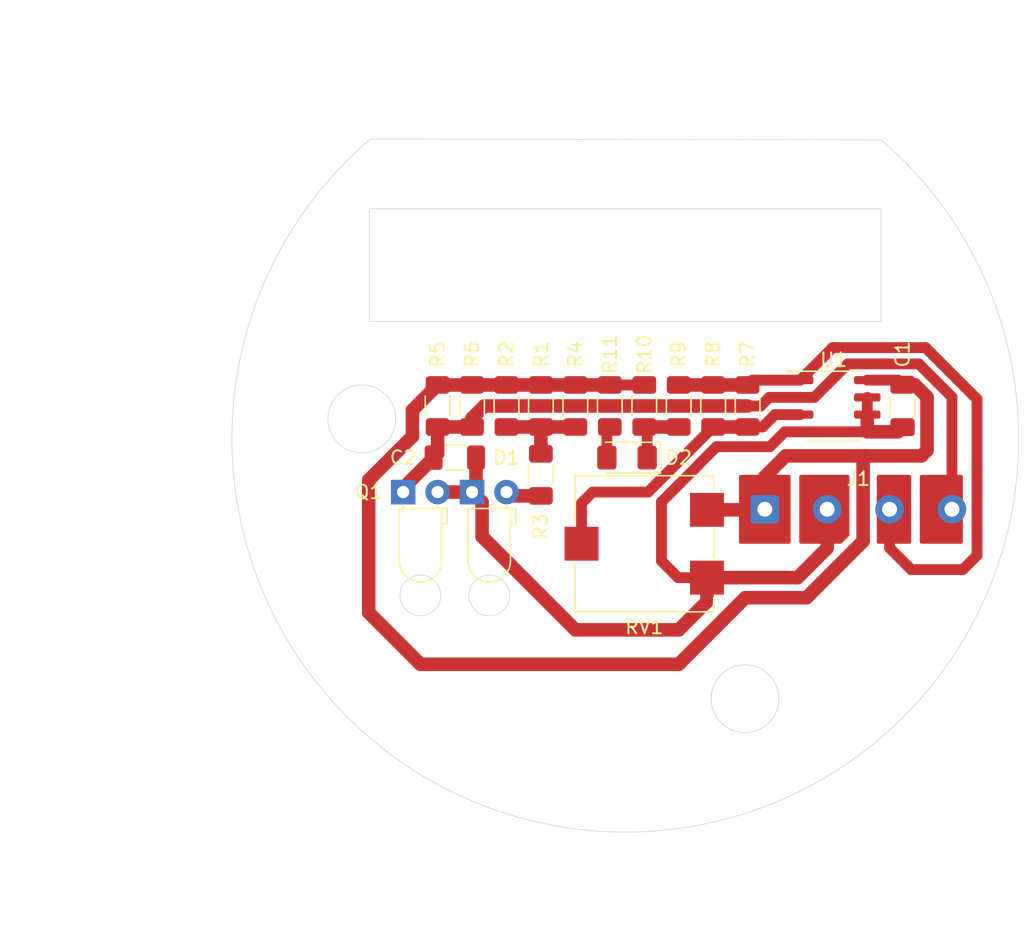
<source format=kicad_pcb>
(kicad_pcb (version 20171130) (host pcbnew 5.1.10-88a1d61d58~90~ubuntu20.04.1)

  (general
    (thickness 1.6)
    (drawings 425)
    (tracks 106)
    (zones 0)
    (modules 19)
    (nets 10)
  )

  (page A4)
  (title_block
    (title "Water meter")
    (company "Ondřej Sluka")
  )

  (layers
    (0 F.Cu signal)
    (31 B.Cu signal)
    (32 B.Adhes user)
    (33 F.Adhes user)
    (34 B.Paste user)
    (35 F.Paste user)
    (36 B.SilkS user)
    (37 F.SilkS user)
    (38 B.Mask user)
    (39 F.Mask user)
    (40 Dwgs.User user)
    (41 Cmts.User user)
    (42 Eco1.User user)
    (43 Eco2.User user)
    (44 Edge.Cuts user)
    (45 Margin user)
    (46 B.CrtYd user)
    (47 F.CrtYd user)
    (48 B.Fab user)
    (49 F.Fab user)
  )

  (setup
    (last_trace_width 1)
    (user_trace_width 0.8)
    (user_trace_width 1)
    (user_trace_width 1.5)
    (user_trace_width 5)
    (trace_clearance 0.4)
    (zone_clearance 0.508)
    (zone_45_only no)
    (trace_min 0.8)
    (via_size 1.2)
    (via_drill 0.8)
    (via_min_size 1)
    (via_min_drill 0.8)
    (user_via 1.8 0.8)
    (uvia_size 0.3)
    (uvia_drill 0.1)
    (uvias_allowed no)
    (uvia_min_size 0.2)
    (uvia_min_drill 0.1)
    (edge_width 0.05)
    (segment_width 0.2)
    (pcb_text_width 0.3)
    (pcb_text_size 1.5 1.5)
    (mod_edge_width 0.12)
    (mod_text_size 1 1)
    (mod_text_width 0.15)
    (pad_size 1.524 1.524)
    (pad_drill 0.762)
    (pad_to_mask_clearance 0)
    (aux_axis_origin 151.13 127)
    (grid_origin 151.13 127)
    (visible_elements FFFFFF7F)
    (pcbplotparams
      (layerselection 0x00400_7ffffffe)
      (usegerberextensions false)
      (usegerberattributes true)
      (usegerberadvancedattributes true)
      (creategerberjobfile true)
      (excludeedgelayer true)
      (linewidth 0.100000)
      (plotframeref false)
      (viasonmask false)
      (mode 1)
      (useauxorigin true)
      (hpglpennumber 1)
      (hpglpenspeed 20)
      (hpglpendiameter 15.000000)
      (psnegative false)
      (psa4output false)
      (plotreference true)
      (plotvalue true)
      (plotinvisibletext false)
      (padsonsilk false)
      (subtractmaskfromsilk false)
      (outputformat 1)
      (mirror false)
      (drillshape 0)
      (scaleselection 1)
      (outputdirectory "gerber/"))
  )

  (net 0 "")
  (net 1 GND)
  (net 2 +3V3)
  (net 3 "Net-(C2-Pad1)")
  (net 4 "Net-(D1-Pad2)")
  (net 5 "Net-(D2-Pad2)")
  (net 6 "Net-(D2-Pad1)")
  (net 7 "Net-(R1-Pad2)")
  (net 8 "Net-(R7-Pad2)")
  (net 9 "Net-(J1-Pad3)")

  (net_class Default "This is the default net class."
    (clearance 0.4)
    (trace_width 1)
    (via_dia 1.2)
    (via_drill 0.8)
    (uvia_dia 0.3)
    (uvia_drill 0.1)
    (diff_pair_width 0.8)
    (diff_pair_gap 0.25)
    (add_net +3V3)
    (add_net GND)
    (add_net "Net-(C2-Pad1)")
    (add_net "Net-(D1-Pad2)")
    (add_net "Net-(D2-Pad1)")
    (add_net "Net-(D2-Pad2)")
    (add_net "Net-(J1-Pad3)")
    (add_net "Net-(R1-Pad2)")
    (add_net "Net-(R7-Pad2)")
  )

  (module Resistor_SMD:R_1206_3216Metric_Pad1.30x1.75mm_HandSolder (layer F.Cu) (tedit 5F68FEEE) (tstamp 637894CC)
    (at 185.42 95.25 90)
    (descr "Resistor SMD 1206 (3216 Metric), square (rectangular) end terminal, IPC_7351 nominal with elongated pad for handsoldering. (Body size source: IPC-SM-782 page 72, https://www.pcb-3d.com/wordpress/wp-content/uploads/ipc-sm-782a_amendment_1_and_2.pdf), generated with kicad-footprint-generator")
    (tags "resistor handsolder")
    (path /637A11BF)
    (attr smd)
    (fp_text reference R9 (at 3.81 0 90) (layer F.SilkS)
      (effects (font (size 1 1) (thickness 0.15)))
    )
    (fp_text value 0 (at 0 1.82 90) (layer F.Fab)
      (effects (font (size 1 1) (thickness 0.15)))
    )
    (fp_line (start 2.45 1.12) (end -2.45 1.12) (layer F.CrtYd) (width 0.05))
    (fp_line (start 2.45 -1.12) (end 2.45 1.12) (layer F.CrtYd) (width 0.05))
    (fp_line (start -2.45 -1.12) (end 2.45 -1.12) (layer F.CrtYd) (width 0.05))
    (fp_line (start -2.45 1.12) (end -2.45 -1.12) (layer F.CrtYd) (width 0.05))
    (fp_line (start -0.727064 0.91) (end 0.727064 0.91) (layer F.SilkS) (width 0.12))
    (fp_line (start -0.727064 -0.91) (end 0.727064 -0.91) (layer F.SilkS) (width 0.12))
    (fp_line (start 1.6 0.8) (end -1.6 0.8) (layer F.Fab) (width 0.1))
    (fp_line (start 1.6 -0.8) (end 1.6 0.8) (layer F.Fab) (width 0.1))
    (fp_line (start -1.6 -0.8) (end 1.6 -0.8) (layer F.Fab) (width 0.1))
    (fp_line (start -1.6 0.8) (end -1.6 -0.8) (layer F.Fab) (width 0.1))
    (fp_text user %R (at 0 0 90) (layer F.Fab)
      (effects (font (size 0.8 0.8) (thickness 0.12)))
    )
    (pad 2 smd roundrect (at 1.55 0 90) (size 1.3 1.75) (layers F.Cu F.Paste F.Mask) (roundrect_rratio 0.1923069230769231)
      (net 9 "Net-(J1-Pad3)"))
    (pad 1 smd roundrect (at -1.55 0 90) (size 1.3 1.75) (layers F.Cu F.Paste F.Mask) (roundrect_rratio 0.1923069230769231)
      (net 6 "Net-(D2-Pad1)"))
    (model ${KISYS3DMOD}/Resistor_SMD.3dshapes/R_1206_3216Metric.wrl
      (at (xyz 0 0 0))
      (scale (xyz 1 1 1))
      (rotate (xyz 0 0 0))
    )
  )

  (module Package_SO:SOIC-8_3.9x4.9mm_P1.27mm (layer F.Cu) (tedit 5D9F72B1) (tstamp 63789753)
    (at 196.85 95.25)
    (descr "SOIC, 8 Pin (JEDEC MS-012AA, https://www.analog.com/media/en/package-pcb-resources/package/pkg_pdf/soic_narrow-r/r_8.pdf), generated with kicad-footprint-generator ipc_gullwing_generator.py")
    (tags "SOIC SO")
    (path /6378DB03)
    (attr smd)
    (fp_text reference U1 (at 0 -3.4) (layer F.SilkS)
      (effects (font (size 1 1) (thickness 0.15)))
    )
    (fp_text value LM393 (at 0 3.4) (layer F.Fab)
      (effects (font (size 1 1) (thickness 0.15)))
    )
    (fp_line (start 0 2.56) (end 1.95 2.56) (layer F.SilkS) (width 0.12))
    (fp_line (start 0 2.56) (end -1.95 2.56) (layer F.SilkS) (width 0.12))
    (fp_line (start 0 -2.56) (end 1.95 -2.56) (layer F.SilkS) (width 0.12))
    (fp_line (start 0 -2.56) (end -3.45 -2.56) (layer F.SilkS) (width 0.12))
    (fp_line (start -0.975 -2.45) (end 1.95 -2.45) (layer F.Fab) (width 0.1))
    (fp_line (start 1.95 -2.45) (end 1.95 2.45) (layer F.Fab) (width 0.1))
    (fp_line (start 1.95 2.45) (end -1.95 2.45) (layer F.Fab) (width 0.1))
    (fp_line (start -1.95 2.45) (end -1.95 -1.475) (layer F.Fab) (width 0.1))
    (fp_line (start -1.95 -1.475) (end -0.975 -2.45) (layer F.Fab) (width 0.1))
    (fp_line (start -3.7 -2.7) (end -3.7 2.7) (layer F.CrtYd) (width 0.05))
    (fp_line (start -3.7 2.7) (end 3.7 2.7) (layer F.CrtYd) (width 0.05))
    (fp_line (start 3.7 2.7) (end 3.7 -2.7) (layer F.CrtYd) (width 0.05))
    (fp_line (start 3.7 -2.7) (end -3.7 -2.7) (layer F.CrtYd) (width 0.05))
    (fp_text user %R (at 0 0) (layer F.Fab)
      (effects (font (size 0.98 0.98) (thickness 0.15)))
    )
    (pad 8 smd roundrect (at 2.475 -1.905) (size 1.95 0.6) (layers F.Cu F.Paste F.Mask) (roundrect_rratio 0.25)
      (net 2 +3V3))
    (pad 7 smd roundrect (at 2.475 -0.635) (size 1.95 0.6) (layers F.Cu F.Paste F.Mask) (roundrect_rratio 0.25)
      (net 1 GND))
    (pad 6 smd roundrect (at 2.475 0.635) (size 1.95 0.6) (layers F.Cu F.Paste F.Mask) (roundrect_rratio 0.25)
      (net 1 GND))
    (pad 5 smd roundrect (at 2.475 1.905) (size 1.95 0.6) (layers F.Cu F.Paste F.Mask) (roundrect_rratio 0.25)
      (net 1 GND))
    (pad 4 smd roundrect (at -2.475 1.905) (size 1.95 0.6) (layers F.Cu F.Paste F.Mask) (roundrect_rratio 0.25)
      (net 1 GND))
    (pad 3 smd roundrect (at -2.475 0.635) (size 1.95 0.6) (layers F.Cu F.Paste F.Mask) (roundrect_rratio 0.25)
      (net 8 "Net-(R7-Pad2)"))
    (pad 2 smd roundrect (at -2.475 -0.635) (size 1.95 0.6) (layers F.Cu F.Paste F.Mask) (roundrect_rratio 0.25)
      (net 3 "Net-(C2-Pad1)"))
    (pad 1 smd roundrect (at -2.475 -1.905) (size 1.95 0.6) (layers F.Cu F.Paste F.Mask) (roundrect_rratio 0.25)
      (net 9 "Net-(J1-Pad3)"))
    (model ${KISYS3DMOD}/Package_SO.3dshapes/SOIC-8_3.9x4.9mm_P1.27mm.wrl
      (at (xyz 0 0 0))
      (scale (xyz 1 1 1))
      (rotate (xyz 0 0 0))
    )
  )

  (module Potentiometer_SMD:Potentiometer_ACP_CA9-VSMD_Vertical (layer F.Cu) (tedit 5A3D7171) (tstamp 63789739)
    (at 182.88 105.41 180)
    (descr "Potentiometer, vertical, ACP CA9-VSMD, http://www.acptechnologies.com/wp-content/uploads/2017/05/02-ACP-CA9-CE9.pdf")
    (tags "Potentiometer vertical ACP CA9-VSMD")
    (path /637FF6D3)
    (attr smd)
    (fp_text reference RV1 (at 0 -6.15) (layer F.SilkS)
      (effects (font (size 1 1) (thickness 0.15)))
    )
    (fp_text value 2k2 (at 0 6.15) (layer F.Fab)
      (effects (font (size 1 1) (thickness 0.15)))
    )
    (fp_circle (center 0.125 0) (end 1.175 0) (layer F.Fab) (width 0.1))
    (fp_line (start -5 -4.9) (end -5 4.9) (layer F.Fab) (width 0.1))
    (fp_line (start -5 4.9) (end 5 4.9) (layer F.Fab) (width 0.1))
    (fp_line (start 5 4.9) (end 5 -4.9) (layer F.Fab) (width 0.1))
    (fp_line (start 5 -4.9) (end -5 -4.9) (layer F.Fab) (width 0.1))
    (fp_line (start -5.12 -5.021) (end 5.12 -5.021) (layer F.SilkS) (width 0.12))
    (fp_line (start -5.12 5.02) (end 5.12 5.02) (layer F.SilkS) (width 0.12))
    (fp_line (start -5.12 -5.021) (end -5.12 -3.991) (layer F.SilkS) (width 0.12))
    (fp_line (start -5.12 -1.009) (end -5.12 1.01) (layer F.SilkS) (width 0.12))
    (fp_line (start -5.12 3.99) (end -5.12 5.02) (layer F.SilkS) (width 0.12))
    (fp_line (start 5.12 -5.021) (end 5.12 -1.49) (layer F.SilkS) (width 0.12))
    (fp_line (start 5.12 1.49) (end 5.12 5.02) (layer F.SilkS) (width 0.12))
    (fp_line (start -6.15 -5.15) (end -6.15 5.15) (layer F.CrtYd) (width 0.05))
    (fp_line (start -6.15 5.15) (end 6.15 5.15) (layer F.CrtYd) (width 0.05))
    (fp_line (start 6.15 5.15) (end 6.15 -5.15) (layer F.CrtYd) (width 0.05))
    (fp_line (start 6.15 -5.15) (end -6.15 -5.15) (layer F.CrtYd) (width 0.05))
    (fp_text user %R (at -4 0 90) (layer F.Fab)
      (effects (font (size 1 1) (thickness 0.15)))
    )
    (pad 1 smd rect (at -4.625 2.5 180) (size 2.5 2.5) (layers F.Cu F.Paste F.Mask)
      (net 2 +3V3))
    (pad 2 smd rect (at 4.625 0 180) (size 2.5 2.5) (layers F.Cu F.Paste F.Mask)
      (net 8 "Net-(R7-Pad2)"))
    (pad 3 smd rect (at -4.625 -2.5 180) (size 2.5 2.5) (layers F.Cu F.Paste F.Mask)
      (net 1 GND))
    (model ${KISYS3DMOD}/Potentiometer_SMD.3dshapes/Potentiometer_ACP_CA9-VSMD_Vertical.wrl
      (at (xyz 0 0 0))
      (scale (xyz 1 1 1))
      (rotate (xyz 0 0 0))
    )
  )

  (module Resistor_SMD:R_1206_3216Metric_Pad1.30x1.75mm_HandSolder (layer F.Cu) (tedit 5F68FEEE) (tstamp 63789721)
    (at 180.34 95.25 270)
    (descr "Resistor SMD 1206 (3216 Metric), square (rectangular) end terminal, IPC_7351 nominal with elongated pad for handsoldering. (Body size source: IPC-SM-782 page 72, https://www.pcb-3d.com/wordpress/wp-content/uploads/ipc-sm-782a_amendment_1_and_2.pdf), generated with kicad-footprint-generator")
    (tags "resistor handsolder")
    (path /63811DF9)
    (attr smd)
    (fp_text reference R11 (at -3.81 0 90) (layer F.SilkS)
      (effects (font (size 1 1) (thickness 0.15)))
    )
    (fp_text value 3k3 (at 0 1.82 90) (layer F.Fab)
      (effects (font (size 1 1) (thickness 0.15)))
    )
    (fp_line (start -1.6 0.8) (end -1.6 -0.8) (layer F.Fab) (width 0.1))
    (fp_line (start -1.6 -0.8) (end 1.6 -0.8) (layer F.Fab) (width 0.1))
    (fp_line (start 1.6 -0.8) (end 1.6 0.8) (layer F.Fab) (width 0.1))
    (fp_line (start 1.6 0.8) (end -1.6 0.8) (layer F.Fab) (width 0.1))
    (fp_line (start -0.727064 -0.91) (end 0.727064 -0.91) (layer F.SilkS) (width 0.12))
    (fp_line (start -0.727064 0.91) (end 0.727064 0.91) (layer F.SilkS) (width 0.12))
    (fp_line (start -2.45 1.12) (end -2.45 -1.12) (layer F.CrtYd) (width 0.05))
    (fp_line (start -2.45 -1.12) (end 2.45 -1.12) (layer F.CrtYd) (width 0.05))
    (fp_line (start 2.45 -1.12) (end 2.45 1.12) (layer F.CrtYd) (width 0.05))
    (fp_line (start 2.45 1.12) (end -2.45 1.12) (layer F.CrtYd) (width 0.05))
    (fp_text user %R (at 0 0 90) (layer F.Fab)
      (effects (font (size 0.8 0.8) (thickness 0.12)))
    )
    (pad 2 smd roundrect (at 1.55 0 270) (size 1.3 1.75) (layers F.Cu F.Paste F.Mask) (roundrect_rratio 0.1923069230769231)
      (net 5 "Net-(D2-Pad2)"))
    (pad 1 smd roundrect (at -1.55 0 270) (size 1.3 1.75) (layers F.Cu F.Paste F.Mask) (roundrect_rratio 0.1923069230769231)
      (net 2 +3V3))
    (model ${KISYS3DMOD}/Resistor_SMD.3dshapes/R_1206_3216Metric.wrl
      (at (xyz 0 0 0))
      (scale (xyz 1 1 1))
      (rotate (xyz 0 0 0))
    )
  )

  (module Resistor_SMD:R_1206_3216Metric_Pad1.30x1.75mm_HandSolder (layer F.Cu) (tedit 5F68FEEE) (tstamp 63788408)
    (at 182.88 95.25 270)
    (descr "Resistor SMD 1206 (3216 Metric), square (rectangular) end terminal, IPC_7351 nominal with elongated pad for handsoldering. (Body size source: IPC-SM-782 page 72, https://www.pcb-3d.com/wordpress/wp-content/uploads/ipc-sm-782a_amendment_1_and_2.pdf), generated with kicad-footprint-generator")
    (tags "resistor handsolder")
    (path /637A5CA2)
    (attr smd)
    (fp_text reference R10 (at -3.81 0 90) (layer F.SilkS)
      (effects (font (size 1 1) (thickness 0.15)))
    )
    (fp_text value 3k3 (at 0 1.82 90) (layer F.Fab)
      (effects (font (size 1 1) (thickness 0.15)))
    )
    (fp_line (start -1.6 0.8) (end -1.6 -0.8) (layer F.Fab) (width 0.1))
    (fp_line (start -1.6 -0.8) (end 1.6 -0.8) (layer F.Fab) (width 0.1))
    (fp_line (start 1.6 -0.8) (end 1.6 0.8) (layer F.Fab) (width 0.1))
    (fp_line (start 1.6 0.8) (end -1.6 0.8) (layer F.Fab) (width 0.1))
    (fp_line (start -0.727064 -0.91) (end 0.727064 -0.91) (layer F.SilkS) (width 0.12))
    (fp_line (start -0.727064 0.91) (end 0.727064 0.91) (layer F.SilkS) (width 0.12))
    (fp_line (start -2.45 1.12) (end -2.45 -1.12) (layer F.CrtYd) (width 0.05))
    (fp_line (start -2.45 -1.12) (end 2.45 -1.12) (layer F.CrtYd) (width 0.05))
    (fp_line (start 2.45 -1.12) (end 2.45 1.12) (layer F.CrtYd) (width 0.05))
    (fp_line (start 2.45 1.12) (end -2.45 1.12) (layer F.CrtYd) (width 0.05))
    (fp_text user %R (at 0 0 90) (layer F.Fab)
      (effects (font (size 0.8 0.8) (thickness 0.12)))
    )
    (pad 2 smd roundrect (at 1.55 0 270) (size 1.3 1.75) (layers F.Cu F.Paste F.Mask) (roundrect_rratio 0.1923069230769231)
      (net 6 "Net-(D2-Pad1)"))
    (pad 1 smd roundrect (at -1.55 0 270) (size 1.3 1.75) (layers F.Cu F.Paste F.Mask) (roundrect_rratio 0.1923069230769231)
      (net 2 +3V3))
    (model ${KISYS3DMOD}/Resistor_SMD.3dshapes/R_1206_3216Metric.wrl
      (at (xyz 0 0 0))
      (scale (xyz 1 1 1))
      (rotate (xyz 0 0 0))
    )
  )

  (module Resistor_SMD:R_1206_3216Metric_Pad1.30x1.75mm_HandSolder (layer F.Cu) (tedit 5F68FEEE) (tstamp 6378824B)
    (at 187.96 95.25 270)
    (descr "Resistor SMD 1206 (3216 Metric), square (rectangular) end terminal, IPC_7351 nominal with elongated pad for handsoldering. (Body size source: IPC-SM-782 page 72, https://www.pcb-3d.com/wordpress/wp-content/uploads/ipc-sm-782a_amendment_1_and_2.pdf), generated with kicad-footprint-generator")
    (tags "resistor handsolder")
    (path /637E2A97)
    (attr smd)
    (fp_text reference R8 (at -3.81 0 90) (layer F.SilkS)
      (effects (font (size 1 1) (thickness 0.15)))
    )
    (fp_text value 22k (at 0 1.82 90) (layer F.Fab)
      (effects (font (size 1 1) (thickness 0.15)))
    )
    (fp_line (start -1.6 0.8) (end -1.6 -0.8) (layer F.Fab) (width 0.1))
    (fp_line (start -1.6 -0.8) (end 1.6 -0.8) (layer F.Fab) (width 0.1))
    (fp_line (start 1.6 -0.8) (end 1.6 0.8) (layer F.Fab) (width 0.1))
    (fp_line (start 1.6 0.8) (end -1.6 0.8) (layer F.Fab) (width 0.1))
    (fp_line (start -0.727064 -0.91) (end 0.727064 -0.91) (layer F.SilkS) (width 0.12))
    (fp_line (start -0.727064 0.91) (end 0.727064 0.91) (layer F.SilkS) (width 0.12))
    (fp_line (start -2.45 1.12) (end -2.45 -1.12) (layer F.CrtYd) (width 0.05))
    (fp_line (start -2.45 -1.12) (end 2.45 -1.12) (layer F.CrtYd) (width 0.05))
    (fp_line (start 2.45 -1.12) (end 2.45 1.12) (layer F.CrtYd) (width 0.05))
    (fp_line (start 2.45 1.12) (end -2.45 1.12) (layer F.CrtYd) (width 0.05))
    (fp_text user %R (at 0 0 90) (layer F.Fab)
      (effects (font (size 0.8 0.8) (thickness 0.12)))
    )
    (pad 2 smd roundrect (at 1.55 0 270) (size 1.3 1.75) (layers F.Cu F.Paste F.Mask) (roundrect_rratio 0.1923069230769231)
      (net 8 "Net-(R7-Pad2)"))
    (pad 1 smd roundrect (at -1.55 0 270) (size 1.3 1.75) (layers F.Cu F.Paste F.Mask) (roundrect_rratio 0.1923069230769231)
      (net 9 "Net-(J1-Pad3)"))
    (model ${KISYS3DMOD}/Resistor_SMD.3dshapes/R_1206_3216Metric.wrl
      (at (xyz 0 0 0))
      (scale (xyz 1 1 1))
      (rotate (xyz 0 0 0))
    )
  )

  (module Resistor_SMD:R_1206_3216Metric_Pad1.30x1.75mm_HandSolder (layer F.Cu) (tedit 5F68FEEE) (tstamp 6378827B)
    (at 190.5 95.25 270)
    (descr "Resistor SMD 1206 (3216 Metric), square (rectangular) end terminal, IPC_7351 nominal with elongated pad for handsoldering. (Body size source: IPC-SM-782 page 72, https://www.pcb-3d.com/wordpress/wp-content/uploads/ipc-sm-782a_amendment_1_and_2.pdf), generated with kicad-footprint-generator")
    (tags "resistor handsolder")
    (path /63800C13)
    (attr smd)
    (fp_text reference R7 (at -3.81 0 90) (layer F.SilkS)
      (effects (font (size 1 1) (thickness 0.15)))
    )
    (fp_text value R (at 0 1.82 90) (layer F.Fab)
      (effects (font (size 1 1) (thickness 0.15)))
    )
    (fp_line (start -1.6 0.8) (end -1.6 -0.8) (layer F.Fab) (width 0.1))
    (fp_line (start -1.6 -0.8) (end 1.6 -0.8) (layer F.Fab) (width 0.1))
    (fp_line (start 1.6 -0.8) (end 1.6 0.8) (layer F.Fab) (width 0.1))
    (fp_line (start 1.6 0.8) (end -1.6 0.8) (layer F.Fab) (width 0.1))
    (fp_line (start -0.727064 -0.91) (end 0.727064 -0.91) (layer F.SilkS) (width 0.12))
    (fp_line (start -0.727064 0.91) (end 0.727064 0.91) (layer F.SilkS) (width 0.12))
    (fp_line (start -2.45 1.12) (end -2.45 -1.12) (layer F.CrtYd) (width 0.05))
    (fp_line (start -2.45 -1.12) (end 2.45 -1.12) (layer F.CrtYd) (width 0.05))
    (fp_line (start 2.45 -1.12) (end 2.45 1.12) (layer F.CrtYd) (width 0.05))
    (fp_line (start 2.45 1.12) (end -2.45 1.12) (layer F.CrtYd) (width 0.05))
    (fp_text user %R (at 0 0 90) (layer F.Fab)
      (effects (font (size 0.8 0.8) (thickness 0.12)))
    )
    (pad 2 smd roundrect (at 1.55 0 270) (size 1.3 1.75) (layers F.Cu F.Paste F.Mask) (roundrect_rratio 0.1923069230769231)
      (net 8 "Net-(R7-Pad2)"))
    (pad 1 smd roundrect (at -1.55 0 270) (size 1.3 1.75) (layers F.Cu F.Paste F.Mask) (roundrect_rratio 0.1923069230769231)
      (net 9 "Net-(J1-Pad3)"))
    (model ${KISYS3DMOD}/Resistor_SMD.3dshapes/R_1206_3216Metric.wrl
      (at (xyz 0 0 0))
      (scale (xyz 1 1 1))
      (rotate (xyz 0 0 0))
    )
  )

  (module Resistor_SMD:R_1206_3216Metric_Pad1.30x1.75mm_HandSolder (layer F.Cu) (tedit 5F68FEEE) (tstamp 63786B1D)
    (at 170.18 95.25 270)
    (descr "Resistor SMD 1206 (3216 Metric), square (rectangular) end terminal, IPC_7351 nominal with elongated pad for handsoldering. (Body size source: IPC-SM-782 page 72, https://www.pcb-3d.com/wordpress/wp-content/uploads/ipc-sm-782a_amendment_1_and_2.pdf), generated with kicad-footprint-generator")
    (tags "resistor handsolder")
    (path /637852F5)
    (attr smd)
    (fp_text reference R6 (at -3.81 0 90) (layer F.SilkS)
      (effects (font (size 1 1) (thickness 0.15)))
    )
    (fp_text value 3k3 (at 0 1.82 90) (layer F.Fab)
      (effects (font (size 1 1) (thickness 0.15)))
    )
    (fp_line (start -1.6 0.8) (end -1.6 -0.8) (layer F.Fab) (width 0.1))
    (fp_line (start -1.6 -0.8) (end 1.6 -0.8) (layer F.Fab) (width 0.1))
    (fp_line (start 1.6 -0.8) (end 1.6 0.8) (layer F.Fab) (width 0.1))
    (fp_line (start 1.6 0.8) (end -1.6 0.8) (layer F.Fab) (width 0.1))
    (fp_line (start -0.727064 -0.91) (end 0.727064 -0.91) (layer F.SilkS) (width 0.12))
    (fp_line (start -0.727064 0.91) (end 0.727064 0.91) (layer F.SilkS) (width 0.12))
    (fp_line (start -2.45 1.12) (end -2.45 -1.12) (layer F.CrtYd) (width 0.05))
    (fp_line (start -2.45 -1.12) (end 2.45 -1.12) (layer F.CrtYd) (width 0.05))
    (fp_line (start 2.45 -1.12) (end 2.45 1.12) (layer F.CrtYd) (width 0.05))
    (fp_line (start 2.45 1.12) (end -2.45 1.12) (layer F.CrtYd) (width 0.05))
    (fp_text user %R (at 0 0 90) (layer F.Fab)
      (effects (font (size 0.8 0.8) (thickness 0.12)))
    )
    (pad 2 smd roundrect (at 1.55 0 270) (size 1.3 1.75) (layers F.Cu F.Paste F.Mask) (roundrect_rratio 0.1923069230769231)
      (net 3 "Net-(C2-Pad1)"))
    (pad 1 smd roundrect (at -1.55 0 270) (size 1.3 1.75) (layers F.Cu F.Paste F.Mask) (roundrect_rratio 0.1923069230769231)
      (net 2 +3V3))
    (model ${KISYS3DMOD}/Resistor_SMD.3dshapes/R_1206_3216Metric.wrl
      (at (xyz 0 0 0))
      (scale (xyz 1 1 1))
      (rotate (xyz 0 0 0))
    )
  )

  (module Resistor_SMD:R_1206_3216Metric_Pad1.30x1.75mm_HandSolder (layer F.Cu) (tedit 5F68FEEE) (tstamp 63786AED)
    (at 167.64 95.25 270)
    (descr "Resistor SMD 1206 (3216 Metric), square (rectangular) end terminal, IPC_7351 nominal with elongated pad for handsoldering. (Body size source: IPC-SM-782 page 72, https://www.pcb-3d.com/wordpress/wp-content/uploads/ipc-sm-782a_amendment_1_and_2.pdf), generated with kicad-footprint-generator")
    (tags "resistor handsolder")
    (path /63785108)
    (attr smd)
    (fp_text reference R5 (at -3.81 0 90) (layer F.SilkS)
      (effects (font (size 1 1) (thickness 0.15)))
    )
    (fp_text value 3k3 (at 0 1.82 90) (layer F.Fab)
      (effects (font (size 1 1) (thickness 0.15)))
    )
    (fp_line (start -1.6 0.8) (end -1.6 -0.8) (layer F.Fab) (width 0.1))
    (fp_line (start -1.6 -0.8) (end 1.6 -0.8) (layer F.Fab) (width 0.1))
    (fp_line (start 1.6 -0.8) (end 1.6 0.8) (layer F.Fab) (width 0.1))
    (fp_line (start 1.6 0.8) (end -1.6 0.8) (layer F.Fab) (width 0.1))
    (fp_line (start -0.727064 -0.91) (end 0.727064 -0.91) (layer F.SilkS) (width 0.12))
    (fp_line (start -0.727064 0.91) (end 0.727064 0.91) (layer F.SilkS) (width 0.12))
    (fp_line (start -2.45 1.12) (end -2.45 -1.12) (layer F.CrtYd) (width 0.05))
    (fp_line (start -2.45 -1.12) (end 2.45 -1.12) (layer F.CrtYd) (width 0.05))
    (fp_line (start 2.45 -1.12) (end 2.45 1.12) (layer F.CrtYd) (width 0.05))
    (fp_line (start 2.45 1.12) (end -2.45 1.12) (layer F.CrtYd) (width 0.05))
    (fp_text user %R (at 0 0 90) (layer F.Fab)
      (effects (font (size 0.8 0.8) (thickness 0.12)))
    )
    (pad 2 smd roundrect (at 1.55 0 270) (size 1.3 1.75) (layers F.Cu F.Paste F.Mask) (roundrect_rratio 0.1923069230769231)
      (net 3 "Net-(C2-Pad1)"))
    (pad 1 smd roundrect (at -1.55 0 270) (size 1.3 1.75) (layers F.Cu F.Paste F.Mask) (roundrect_rratio 0.1923069230769231)
      (net 2 +3V3))
    (model ${KISYS3DMOD}/Resistor_SMD.3dshapes/R_1206_3216Metric.wrl
      (at (xyz 0 0 0))
      (scale (xyz 1 1 1))
      (rotate (xyz 0 0 0))
    )
  )

  (module Resistor_SMD:R_1206_3216Metric_Pad1.30x1.75mm_HandSolder (layer F.Cu) (tedit 5F68FEEE) (tstamp 6378A97B)
    (at 177.8 95.25 270)
    (descr "Resistor SMD 1206 (3216 Metric), square (rectangular) end terminal, IPC_7351 nominal with elongated pad for handsoldering. (Body size source: IPC-SM-782 page 72, https://www.pcb-3d.com/wordpress/wp-content/uploads/ipc-sm-782a_amendment_1_and_2.pdf), generated with kicad-footprint-generator")
    (tags "resistor handsolder")
    (path /63782667)
    (attr smd)
    (fp_text reference R4 (at -3.81 0 90) (layer F.SilkS)
      (effects (font (size 1 1) (thickness 0.15)))
    )
    (fp_text value R (at 0 1.82 90) (layer F.Fab)
      (effects (font (size 1 1) (thickness 0.15)))
    )
    (fp_line (start -1.6 0.8) (end -1.6 -0.8) (layer F.Fab) (width 0.1))
    (fp_line (start -1.6 -0.8) (end 1.6 -0.8) (layer F.Fab) (width 0.1))
    (fp_line (start 1.6 -0.8) (end 1.6 0.8) (layer F.Fab) (width 0.1))
    (fp_line (start 1.6 0.8) (end -1.6 0.8) (layer F.Fab) (width 0.1))
    (fp_line (start -0.727064 -0.91) (end 0.727064 -0.91) (layer F.SilkS) (width 0.12))
    (fp_line (start -0.727064 0.91) (end 0.727064 0.91) (layer F.SilkS) (width 0.12))
    (fp_line (start -2.45 1.12) (end -2.45 -1.12) (layer F.CrtYd) (width 0.05))
    (fp_line (start -2.45 -1.12) (end 2.45 -1.12) (layer F.CrtYd) (width 0.05))
    (fp_line (start 2.45 -1.12) (end 2.45 1.12) (layer F.CrtYd) (width 0.05))
    (fp_line (start 2.45 1.12) (end -2.45 1.12) (layer F.CrtYd) (width 0.05))
    (fp_text user %R (at 0 0 90) (layer F.Fab)
      (effects (font (size 0.8 0.8) (thickness 0.12)))
    )
    (pad 2 smd roundrect (at 1.55 0 270) (size 1.3 1.75) (layers F.Cu F.Paste F.Mask) (roundrect_rratio 0.1923069230769231)
      (net 7 "Net-(R1-Pad2)"))
    (pad 1 smd roundrect (at -1.55 0 270) (size 1.3 1.75) (layers F.Cu F.Paste F.Mask) (roundrect_rratio 0.1923069230769231)
      (net 2 +3V3))
    (model ${KISYS3DMOD}/Resistor_SMD.3dshapes/R_1206_3216Metric.wrl
      (at (xyz 0 0 0))
      (scale (xyz 1 1 1))
      (rotate (xyz 0 0 0))
    )
  )

  (module Resistor_SMD:R_1206_3216Metric_Pad1.30x1.75mm_HandSolder (layer F.Cu) (tedit 5F68FEEE) (tstamp 637896AA)
    (at 175.26 100.33 270)
    (descr "Resistor SMD 1206 (3216 Metric), square (rectangular) end terminal, IPC_7351 nominal with elongated pad for handsoldering. (Body size source: IPC-SM-782 page 72, https://www.pcb-3d.com/wordpress/wp-content/uploads/ipc-sm-782a_amendment_1_and_2.pdf), generated with kicad-footprint-generator")
    (tags "resistor handsolder")
    (path /63781D2E)
    (attr smd)
    (fp_text reference R3 (at 3.81 0 90) (layer F.SilkS)
      (effects (font (size 1 1) (thickness 0.15)))
    )
    (fp_text value 100 (at 0 1.82 90) (layer F.Fab)
      (effects (font (size 1 1) (thickness 0.15)))
    )
    (fp_line (start -1.6 0.8) (end -1.6 -0.8) (layer F.Fab) (width 0.1))
    (fp_line (start -1.6 -0.8) (end 1.6 -0.8) (layer F.Fab) (width 0.1))
    (fp_line (start 1.6 -0.8) (end 1.6 0.8) (layer F.Fab) (width 0.1))
    (fp_line (start 1.6 0.8) (end -1.6 0.8) (layer F.Fab) (width 0.1))
    (fp_line (start -0.727064 -0.91) (end 0.727064 -0.91) (layer F.SilkS) (width 0.12))
    (fp_line (start -0.727064 0.91) (end 0.727064 0.91) (layer F.SilkS) (width 0.12))
    (fp_line (start -2.45 1.12) (end -2.45 -1.12) (layer F.CrtYd) (width 0.05))
    (fp_line (start -2.45 -1.12) (end 2.45 -1.12) (layer F.CrtYd) (width 0.05))
    (fp_line (start 2.45 -1.12) (end 2.45 1.12) (layer F.CrtYd) (width 0.05))
    (fp_line (start 2.45 1.12) (end -2.45 1.12) (layer F.CrtYd) (width 0.05))
    (fp_text user %R (at 0 0 90) (layer F.Fab)
      (effects (font (size 0.8 0.8) (thickness 0.12)))
    )
    (pad 2 smd roundrect (at 1.55 0 270) (size 1.3 1.75) (layers F.Cu F.Paste F.Mask) (roundrect_rratio 0.1923069230769231)
      (net 4 "Net-(D1-Pad2)"))
    (pad 1 smd roundrect (at -1.55 0 270) (size 1.3 1.75) (layers F.Cu F.Paste F.Mask) (roundrect_rratio 0.1923069230769231)
      (net 7 "Net-(R1-Pad2)"))
    (model ${KISYS3DMOD}/Resistor_SMD.3dshapes/R_1206_3216Metric.wrl
      (at (xyz 0 0 0))
      (scale (xyz 1 1 1))
      (rotate (xyz 0 0 0))
    )
  )

  (module Resistor_SMD:R_1206_3216Metric_Pad1.30x1.75mm_HandSolder (layer F.Cu) (tedit 5F68FEEE) (tstamp 63789699)
    (at 172.72 95.25 270)
    (descr "Resistor SMD 1206 (3216 Metric), square (rectangular) end terminal, IPC_7351 nominal with elongated pad for handsoldering. (Body size source: IPC-SM-782 page 72, https://www.pcb-3d.com/wordpress/wp-content/uploads/ipc-sm-782a_amendment_1_and_2.pdf), generated with kicad-footprint-generator")
    (tags "resistor handsolder")
    (path /637820C0)
    (attr smd)
    (fp_text reference R2 (at -3.81 0 90) (layer F.SilkS)
      (effects (font (size 1 1) (thickness 0.15)))
    )
    (fp_text value 100 (at 0 1.82 90) (layer F.Fab)
      (effects (font (size 1 1) (thickness 0.15)))
    )
    (fp_line (start -1.6 0.8) (end -1.6 -0.8) (layer F.Fab) (width 0.1))
    (fp_line (start -1.6 -0.8) (end 1.6 -0.8) (layer F.Fab) (width 0.1))
    (fp_line (start 1.6 -0.8) (end 1.6 0.8) (layer F.Fab) (width 0.1))
    (fp_line (start 1.6 0.8) (end -1.6 0.8) (layer F.Fab) (width 0.1))
    (fp_line (start -0.727064 -0.91) (end 0.727064 -0.91) (layer F.SilkS) (width 0.12))
    (fp_line (start -0.727064 0.91) (end 0.727064 0.91) (layer F.SilkS) (width 0.12))
    (fp_line (start -2.45 1.12) (end -2.45 -1.12) (layer F.CrtYd) (width 0.05))
    (fp_line (start -2.45 -1.12) (end 2.45 -1.12) (layer F.CrtYd) (width 0.05))
    (fp_line (start 2.45 -1.12) (end 2.45 1.12) (layer F.CrtYd) (width 0.05))
    (fp_line (start 2.45 1.12) (end -2.45 1.12) (layer F.CrtYd) (width 0.05))
    (fp_text user %R (at 0 0 90) (layer F.Fab)
      (effects (font (size 0.8 0.8) (thickness 0.12)))
    )
    (pad 2 smd roundrect (at 1.55 0 270) (size 1.3 1.75) (layers F.Cu F.Paste F.Mask) (roundrect_rratio 0.1923069230769231)
      (net 7 "Net-(R1-Pad2)"))
    (pad 1 smd roundrect (at -1.55 0 270) (size 1.3 1.75) (layers F.Cu F.Paste F.Mask) (roundrect_rratio 0.1923069230769231)
      (net 2 +3V3))
    (model ${KISYS3DMOD}/Resistor_SMD.3dshapes/R_1206_3216Metric.wrl
      (at (xyz 0 0 0))
      (scale (xyz 1 1 1))
      (rotate (xyz 0 0 0))
    )
  )

  (module Resistor_SMD:R_1206_3216Metric_Pad1.30x1.75mm_HandSolder (layer F.Cu) (tedit 5F68FEEE) (tstamp 63789688)
    (at 175.26 95.25 270)
    (descr "Resistor SMD 1206 (3216 Metric), square (rectangular) end terminal, IPC_7351 nominal with elongated pad for handsoldering. (Body size source: IPC-SM-782 page 72, https://www.pcb-3d.com/wordpress/wp-content/uploads/ipc-sm-782a_amendment_1_and_2.pdf), generated with kicad-footprint-generator")
    (tags "resistor handsolder")
    (path /6378235C)
    (attr smd)
    (fp_text reference R1 (at -3.81 0 90) (layer F.SilkS)
      (effects (font (size 1 1) (thickness 0.15)))
    )
    (fp_text value R (at 0 1.82 90) (layer F.Fab)
      (effects (font (size 1 1) (thickness 0.15)))
    )
    (fp_line (start -1.6 0.8) (end -1.6 -0.8) (layer F.Fab) (width 0.1))
    (fp_line (start -1.6 -0.8) (end 1.6 -0.8) (layer F.Fab) (width 0.1))
    (fp_line (start 1.6 -0.8) (end 1.6 0.8) (layer F.Fab) (width 0.1))
    (fp_line (start 1.6 0.8) (end -1.6 0.8) (layer F.Fab) (width 0.1))
    (fp_line (start -0.727064 -0.91) (end 0.727064 -0.91) (layer F.SilkS) (width 0.12))
    (fp_line (start -0.727064 0.91) (end 0.727064 0.91) (layer F.SilkS) (width 0.12))
    (fp_line (start -2.45 1.12) (end -2.45 -1.12) (layer F.CrtYd) (width 0.05))
    (fp_line (start -2.45 -1.12) (end 2.45 -1.12) (layer F.CrtYd) (width 0.05))
    (fp_line (start 2.45 -1.12) (end 2.45 1.12) (layer F.CrtYd) (width 0.05))
    (fp_line (start 2.45 1.12) (end -2.45 1.12) (layer F.CrtYd) (width 0.05))
    (fp_text user %R (at 0 0 90) (layer F.Fab)
      (effects (font (size 0.8 0.8) (thickness 0.12)))
    )
    (pad 2 smd roundrect (at 1.55 0 270) (size 1.3 1.75) (layers F.Cu F.Paste F.Mask) (roundrect_rratio 0.1923069230769231)
      (net 7 "Net-(R1-Pad2)"))
    (pad 1 smd roundrect (at -1.55 0 270) (size 1.3 1.75) (layers F.Cu F.Paste F.Mask) (roundrect_rratio 0.1923069230769231)
      (net 2 +3V3))
    (model ${KISYS3DMOD}/Resistor_SMD.3dshapes/R_1206_3216Metric.wrl
      (at (xyz 0 0 0))
      (scale (xyz 1 1 1))
      (rotate (xyz 0 0 0))
    )
  )

  (module LED_THT:LED_D3.0mm_Horizontal_O1.27mm_Z2.0mm (layer F.Cu) (tedit 5880A862) (tstamp 6378098E)
    (at 165.1 101.6)
    (descr "LED, diameter 3.0mm z-position of LED center 2.0mm, 2 pins")
    (tags "LED diameter 3.0mm z-position of LED center 2.0mm 2 pins")
    (path /63780824)
    (fp_text reference Q1 (at -2.54 0) (layer F.SilkS)
      (effects (font (size 1 1) (thickness 0.15)))
    )
    (fp_text value L-93DP3BT (at 1.27 7.63) (layer F.Fab)
      (effects (font (size 1 1) (thickness 0.15)))
    )
    (fp_line (start -0.23 1.27) (end -0.23 5.07) (layer F.Fab) (width 0.1))
    (fp_line (start 2.77 1.27) (end 2.77 5.07) (layer F.Fab) (width 0.1))
    (fp_line (start -0.23 1.27) (end 2.77 1.27) (layer F.Fab) (width 0.1))
    (fp_line (start 3.17 1.27) (end 3.17 2.27) (layer F.Fab) (width 0.1))
    (fp_line (start 3.17 2.27) (end 2.77 2.27) (layer F.Fab) (width 0.1))
    (fp_line (start 2.77 2.27) (end 2.77 1.27) (layer F.Fab) (width 0.1))
    (fp_line (start 2.77 1.27) (end 3.17 1.27) (layer F.Fab) (width 0.1))
    (fp_line (start 0 0) (end 0 1.27) (layer F.Fab) (width 0.1))
    (fp_line (start 0 1.27) (end 0 1.27) (layer F.Fab) (width 0.1))
    (fp_line (start 0 1.27) (end 0 0) (layer F.Fab) (width 0.1))
    (fp_line (start 0 0) (end 0 0) (layer F.Fab) (width 0.1))
    (fp_line (start 2.54 0) (end 2.54 1.27) (layer F.Fab) (width 0.1))
    (fp_line (start 2.54 1.27) (end 2.54 1.27) (layer F.Fab) (width 0.1))
    (fp_line (start 2.54 1.27) (end 2.54 0) (layer F.Fab) (width 0.1))
    (fp_line (start 2.54 0) (end 2.54 0) (layer F.Fab) (width 0.1))
    (fp_line (start -0.29 1.21) (end -0.29 5.07) (layer F.SilkS) (width 0.12))
    (fp_line (start 2.83 1.21) (end 2.83 5.07) (layer F.SilkS) (width 0.12))
    (fp_line (start -0.29 1.21) (end 2.83 1.21) (layer F.SilkS) (width 0.12))
    (fp_line (start 3.23 1.21) (end 3.23 2.33) (layer F.SilkS) (width 0.12))
    (fp_line (start 3.23 2.33) (end 2.83 2.33) (layer F.SilkS) (width 0.12))
    (fp_line (start 2.83 2.33) (end 2.83 1.21) (layer F.SilkS) (width 0.12))
    (fp_line (start 2.83 1.21) (end 3.23 1.21) (layer F.SilkS) (width 0.12))
    (fp_line (start 0 1.08) (end 0 1.21) (layer F.SilkS) (width 0.12))
    (fp_line (start 0 1.21) (end 0 1.21) (layer F.SilkS) (width 0.12))
    (fp_line (start 0 1.21) (end 0 1.08) (layer F.SilkS) (width 0.12))
    (fp_line (start 0 1.08) (end 0 1.08) (layer F.SilkS) (width 0.12))
    (fp_line (start 2.54 1.08) (end 2.54 1.21) (layer F.SilkS) (width 0.12))
    (fp_line (start 2.54 1.21) (end 2.54 1.21) (layer F.SilkS) (width 0.12))
    (fp_line (start 2.54 1.21) (end 2.54 1.08) (layer F.SilkS) (width 0.12))
    (fp_line (start 2.54 1.08) (end 2.54 1.08) (layer F.SilkS) (width 0.12))
    (fp_line (start -1.25 -1.25) (end -1.25 6.9) (layer F.CrtYd) (width 0.05))
    (fp_line (start -1.25 6.9) (end 3.75 6.9) (layer F.CrtYd) (width 0.05))
    (fp_line (start 3.75 6.9) (end 3.75 -1.25) (layer F.CrtYd) (width 0.05))
    (fp_line (start 3.75 -1.25) (end -1.25 -1.25) (layer F.CrtYd) (width 0.05))
    (fp_arc (start 1.27 5.07) (end -0.29 5.07) (angle -180) (layer F.SilkS) (width 0.12))
    (fp_arc (start 1.27 5.07) (end -0.23 5.07) (angle -180) (layer F.Fab) (width 0.1))
    (pad 2 thru_hole circle (at 2.54 0) (size 1.8 1.8) (drill 0.9) (layers *.Cu *.Mask)
      (net 1 GND))
    (pad 1 thru_hole rect (at 0 0) (size 1.8 1.8) (drill 0.9) (layers *.Cu *.Mask)
      (net 3 "Net-(C2-Pad1)"))
    (model ${KISYS3DMOD}/LED_THT.3dshapes/LED_D3.0mm_Horizontal_O1.27mm_Z2.0mm.wrl
      (at (xyz 0 0 0))
      (scale (xyz 1 1 1))
      (rotate (xyz 0 0 0))
    )
  )

  (module Connector_Wire:SolderWire-0.5sqmm_1x04_P4.6mm_D0.9mm_OD2.1mm (layer F.Cu) (tedit 5EB70B43) (tstamp 6378964D)
    (at 191.77 102.87)
    (descr "Soldered wire connection, for 4 times 0.5 mm² wires, basic insulation, conductor diameter 0.9mm, outer diameter 2.1mm, size source Multi-Contact FLEXI-E 0.5 (https://ec.staubli.com/AcroFiles/Catalogues/TM_Cab-Main-11014119_(en)_hi.pdf), bend radius 3 times outer diameter, generated with kicad-footprint-generator")
    (tags "connector wire 0.5sqmm")
    (path /6378964F)
    (attr virtual)
    (fp_text reference J1 (at 6.9 -2.25) (layer F.SilkS)
      (effects (font (size 1 1) (thickness 0.15)))
    )
    (fp_text value Conn_01x04 (at 6.9 2.25) (layer F.Fab)
      (effects (font (size 1 1) (thickness 0.15)))
    )
    (fp_circle (center 0 0) (end 1.05 0) (layer F.Fab) (width 0.1))
    (fp_circle (center 4.6 0) (end 5.65 0) (layer F.Fab) (width 0.1))
    (fp_circle (center 9.2 0) (end 10.25 0) (layer F.Fab) (width 0.1))
    (fp_circle (center 13.8 0) (end 14.85 0) (layer F.Fab) (width 0.1))
    (fp_line (start -1.8 -1.55) (end -1.8 1.55) (layer F.CrtYd) (width 0.05))
    (fp_line (start -1.8 1.55) (end 1.8 1.55) (layer F.CrtYd) (width 0.05))
    (fp_line (start 1.8 1.55) (end 1.8 -1.55) (layer F.CrtYd) (width 0.05))
    (fp_line (start 1.8 -1.55) (end -1.8 -1.55) (layer F.CrtYd) (width 0.05))
    (fp_line (start 2.8 -1.55) (end 2.8 1.55) (layer F.CrtYd) (width 0.05))
    (fp_line (start 2.8 1.55) (end 6.4 1.55) (layer F.CrtYd) (width 0.05))
    (fp_line (start 6.4 1.55) (end 6.4 -1.55) (layer F.CrtYd) (width 0.05))
    (fp_line (start 6.4 -1.55) (end 2.8 -1.55) (layer F.CrtYd) (width 0.05))
    (fp_line (start 7.4 -1.55) (end 7.4 1.55) (layer F.CrtYd) (width 0.05))
    (fp_line (start 7.4 1.55) (end 11 1.55) (layer F.CrtYd) (width 0.05))
    (fp_line (start 11 1.55) (end 11 -1.55) (layer F.CrtYd) (width 0.05))
    (fp_line (start 11 -1.55) (end 7.4 -1.55) (layer F.CrtYd) (width 0.05))
    (fp_line (start 12 -1.55) (end 12 1.55) (layer F.CrtYd) (width 0.05))
    (fp_line (start 12 1.55) (end 15.6 1.55) (layer F.CrtYd) (width 0.05))
    (fp_line (start 15.6 1.55) (end 15.6 -1.55) (layer F.CrtYd) (width 0.05))
    (fp_line (start 15.6 -1.55) (end 12 -1.55) (layer F.CrtYd) (width 0.05))
    (fp_text user %R (at 6.9 0 90) (layer F.Fab)
      (effects (font (size 0.78 0.78) (thickness 0.12)))
    )
    (pad 4 thru_hole circle (at 13.8 0) (size 2.1 2.1) (drill 1.1) (layers *.Cu *.Mask)
      (net 3 "Net-(C2-Pad1)"))
    (pad 3 thru_hole circle (at 9.2 0) (size 2.1 2.1) (drill 1.1) (layers *.Cu *.Mask)
      (net 9 "Net-(J1-Pad3)"))
    (pad 2 thru_hole circle (at 4.6 0) (size 2.1 2.1) (drill 1.1) (layers *.Cu *.Mask)
      (net 1 GND))
    (pad 1 thru_hole roundrect (at 0 0) (size 2.1 2.1) (drill 1.1) (layers *.Cu *.Mask) (roundrect_rratio 0.1190471428571429)
      (net 2 +3V3))
    (model ${KISYS3DMOD}/Connector_Wire.3dshapes/SolderWire-0.5sqmm_1x04_P4.6mm_D0.9mm_OD2.1mm.wrl
      (at (xyz 0 0 0))
      (scale (xyz 1 1 1))
      (rotate (xyz 0 0 0))
    )
  )

  (module LED_SMD:LED_1206_3216Metric_Pad1.42x1.75mm_HandSolder (layer F.Cu) (tedit 5F68FEF1) (tstamp 63788217)
    (at 181.61 99.06 180)
    (descr "LED SMD 1206 (3216 Metric), square (rectangular) end terminal, IPC_7351 nominal, (Body size source: http://www.tortai-tech.com/upload/download/2011102023233369053.pdf), generated with kicad-footprint-generator")
    (tags "LED handsolder")
    (path /63813918)
    (attr smd)
    (fp_text reference D2 (at -3.81 0) (layer F.SilkS)
      (effects (font (size 1 1) (thickness 0.15)))
    )
    (fp_text value LED (at 0 1.82) (layer F.Fab)
      (effects (font (size 1 1) (thickness 0.15)))
    )
    (fp_line (start 1.6 -0.8) (end -1.2 -0.8) (layer F.Fab) (width 0.1))
    (fp_line (start -1.2 -0.8) (end -1.6 -0.4) (layer F.Fab) (width 0.1))
    (fp_line (start -1.6 -0.4) (end -1.6 0.8) (layer F.Fab) (width 0.1))
    (fp_line (start -1.6 0.8) (end 1.6 0.8) (layer F.Fab) (width 0.1))
    (fp_line (start 1.6 0.8) (end 1.6 -0.8) (layer F.Fab) (width 0.1))
    (fp_line (start 1.6 -1.135) (end -2.46 -1.135) (layer F.SilkS) (width 0.12))
    (fp_line (start -2.46 -1.135) (end -2.46 1.135) (layer F.SilkS) (width 0.12))
    (fp_line (start -2.46 1.135) (end 1.6 1.135) (layer F.SilkS) (width 0.12))
    (fp_line (start -2.45 1.12) (end -2.45 -1.12) (layer F.CrtYd) (width 0.05))
    (fp_line (start -2.45 -1.12) (end 2.45 -1.12) (layer F.CrtYd) (width 0.05))
    (fp_line (start 2.45 -1.12) (end 2.45 1.12) (layer F.CrtYd) (width 0.05))
    (fp_line (start 2.45 1.12) (end -2.45 1.12) (layer F.CrtYd) (width 0.05))
    (fp_text user %R (at 0 0) (layer F.Fab)
      (effects (font (size 0.8 0.8) (thickness 0.12)))
    )
    (pad 2 smd roundrect (at 1.4875 0 180) (size 1.425 1.75) (layers F.Cu F.Paste F.Mask) (roundrect_rratio 0.1754385964912281)
      (net 5 "Net-(D2-Pad2)"))
    (pad 1 smd roundrect (at -1.4875 0 180) (size 1.425 1.75) (layers F.Cu F.Paste F.Mask) (roundrect_rratio 0.1754385964912281)
      (net 6 "Net-(D2-Pad1)"))
    (model ${KISYS3DMOD}/LED_SMD.3dshapes/LED_1206_3216Metric.wrl
      (at (xyz 0 0 0))
      (scale (xyz 1 1 1))
      (rotate (xyz 0 0 0))
    )
  )

  (module LED_THT:LED_D3.0mm_Horizontal_O1.27mm_Z2.0mm (layer F.Cu) (tedit 5880A862) (tstamp 6378961D)
    (at 170.18 101.6)
    (descr "LED, diameter 3.0mm z-position of LED center 2.0mm, 2 pins")
    (tags "LED diameter 3.0mm z-position of LED center 2.0mm 2 pins")
    (path /637814FC)
    (fp_text reference D1 (at 2.54 -2.54) (layer F.SilkS)
      (effects (font (size 1 1) (thickness 0.15)))
    )
    (fp_text value L-934F3BT (at 1.27 7.63) (layer F.Fab)
      (effects (font (size 1 1) (thickness 0.15)))
    )
    (fp_line (start -0.23 1.27) (end -0.23 5.07) (layer F.Fab) (width 0.1))
    (fp_line (start 2.77 1.27) (end 2.77 5.07) (layer F.Fab) (width 0.1))
    (fp_line (start -0.23 1.27) (end 2.77 1.27) (layer F.Fab) (width 0.1))
    (fp_line (start 3.17 1.27) (end 3.17 2.27) (layer F.Fab) (width 0.1))
    (fp_line (start 3.17 2.27) (end 2.77 2.27) (layer F.Fab) (width 0.1))
    (fp_line (start 2.77 2.27) (end 2.77 1.27) (layer F.Fab) (width 0.1))
    (fp_line (start 2.77 1.27) (end 3.17 1.27) (layer F.Fab) (width 0.1))
    (fp_line (start 0 0) (end 0 1.27) (layer F.Fab) (width 0.1))
    (fp_line (start 0 1.27) (end 0 1.27) (layer F.Fab) (width 0.1))
    (fp_line (start 0 1.27) (end 0 0) (layer F.Fab) (width 0.1))
    (fp_line (start 0 0) (end 0 0) (layer F.Fab) (width 0.1))
    (fp_line (start 2.54 0) (end 2.54 1.27) (layer F.Fab) (width 0.1))
    (fp_line (start 2.54 1.27) (end 2.54 1.27) (layer F.Fab) (width 0.1))
    (fp_line (start 2.54 1.27) (end 2.54 0) (layer F.Fab) (width 0.1))
    (fp_line (start 2.54 0) (end 2.54 0) (layer F.Fab) (width 0.1))
    (fp_line (start -0.29 1.21) (end -0.29 5.07) (layer F.SilkS) (width 0.12))
    (fp_line (start 2.83 1.21) (end 2.83 5.07) (layer F.SilkS) (width 0.12))
    (fp_line (start -0.29 1.21) (end 2.83 1.21) (layer F.SilkS) (width 0.12))
    (fp_line (start 3.23 1.21) (end 3.23 2.33) (layer F.SilkS) (width 0.12))
    (fp_line (start 3.23 2.33) (end 2.83 2.33) (layer F.SilkS) (width 0.12))
    (fp_line (start 2.83 2.33) (end 2.83 1.21) (layer F.SilkS) (width 0.12))
    (fp_line (start 2.83 1.21) (end 3.23 1.21) (layer F.SilkS) (width 0.12))
    (fp_line (start 0 1.08) (end 0 1.21) (layer F.SilkS) (width 0.12))
    (fp_line (start 0 1.21) (end 0 1.21) (layer F.SilkS) (width 0.12))
    (fp_line (start 0 1.21) (end 0 1.08) (layer F.SilkS) (width 0.12))
    (fp_line (start 0 1.08) (end 0 1.08) (layer F.SilkS) (width 0.12))
    (fp_line (start 2.54 1.08) (end 2.54 1.21) (layer F.SilkS) (width 0.12))
    (fp_line (start 2.54 1.21) (end 2.54 1.21) (layer F.SilkS) (width 0.12))
    (fp_line (start 2.54 1.21) (end 2.54 1.08) (layer F.SilkS) (width 0.12))
    (fp_line (start 2.54 1.08) (end 2.54 1.08) (layer F.SilkS) (width 0.12))
    (fp_line (start -1.25 -1.25) (end -1.25 6.9) (layer F.CrtYd) (width 0.05))
    (fp_line (start -1.25 6.9) (end 3.75 6.9) (layer F.CrtYd) (width 0.05))
    (fp_line (start 3.75 6.9) (end 3.75 -1.25) (layer F.CrtYd) (width 0.05))
    (fp_line (start 3.75 -1.25) (end -1.25 -1.25) (layer F.CrtYd) (width 0.05))
    (fp_arc (start 1.27 5.07) (end -0.29 5.07) (angle -180) (layer F.SilkS) (width 0.12))
    (fp_arc (start 1.27 5.07) (end -0.23 5.07) (angle -180) (layer F.Fab) (width 0.1))
    (pad 2 thru_hole circle (at 2.54 0) (size 1.8 1.8) (drill 0.9) (layers *.Cu *.Mask)
      (net 4 "Net-(D1-Pad2)"))
    (pad 1 thru_hole rect (at 0 0) (size 1.8 1.8) (drill 0.9) (layers *.Cu *.Mask)
      (net 1 GND))
    (model ${KISYS3DMOD}/LED_THT.3dshapes/LED_D3.0mm_Horizontal_O1.27mm_Z2.0mm.wrl
      (at (xyz 0 0 0))
      (scale (xyz 1 1 1))
      (rotate (xyz 0 0 0))
    )
  )

  (module Capacitor_SMD:C_1206_3216Metric_Pad1.33x1.80mm_HandSolder (layer F.Cu) (tedit 5F68FEEF) (tstamp 637895F3)
    (at 168.91 99.06)
    (descr "Capacitor SMD 1206 (3216 Metric), square (rectangular) end terminal, IPC_7351 nominal with elongated pad for handsoldering. (Body size source: IPC-SM-782 page 76, https://www.pcb-3d.com/wordpress/wp-content/uploads/ipc-sm-782a_amendment_1_and_2.pdf), generated with kicad-footprint-generator")
    (tags "capacitor handsolder")
    (path /637D8D31)
    (attr smd)
    (fp_text reference C2 (at -3.81 0) (layer F.SilkS)
      (effects (font (size 1 1) (thickness 0.15)))
    )
    (fp_text value 10n (at 0 1.85) (layer F.Fab)
      (effects (font (size 1 1) (thickness 0.15)))
    )
    (fp_line (start -1.6 0.8) (end -1.6 -0.8) (layer F.Fab) (width 0.1))
    (fp_line (start -1.6 -0.8) (end 1.6 -0.8) (layer F.Fab) (width 0.1))
    (fp_line (start 1.6 -0.8) (end 1.6 0.8) (layer F.Fab) (width 0.1))
    (fp_line (start 1.6 0.8) (end -1.6 0.8) (layer F.Fab) (width 0.1))
    (fp_line (start -0.711252 -0.91) (end 0.711252 -0.91) (layer F.SilkS) (width 0.12))
    (fp_line (start -0.711252 0.91) (end 0.711252 0.91) (layer F.SilkS) (width 0.12))
    (fp_line (start -2.48 1.15) (end -2.48 -1.15) (layer F.CrtYd) (width 0.05))
    (fp_line (start -2.48 -1.15) (end 2.48 -1.15) (layer F.CrtYd) (width 0.05))
    (fp_line (start 2.48 -1.15) (end 2.48 1.15) (layer F.CrtYd) (width 0.05))
    (fp_line (start 2.48 1.15) (end -2.48 1.15) (layer F.CrtYd) (width 0.05))
    (fp_text user %R (at 0 0) (layer F.Fab)
      (effects (font (size 0.8 0.8) (thickness 0.12)))
    )
    (pad 2 smd roundrect (at 1.5625 0) (size 1.325 1.8) (layers F.Cu F.Paste F.Mask) (roundrect_rratio 0.1886777358490566)
      (net 1 GND))
    (pad 1 smd roundrect (at -1.5625 0) (size 1.325 1.8) (layers F.Cu F.Paste F.Mask) (roundrect_rratio 0.1886777358490566)
      (net 3 "Net-(C2-Pad1)"))
    (model ${KISYS3DMOD}/Capacitor_SMD.3dshapes/C_1206_3216Metric.wrl
      (at (xyz 0 0 0))
      (scale (xyz 1 1 1))
      (rotate (xyz 0 0 0))
    )
  )

  (module Capacitor_SMD:C_1206_3216Metric_Pad1.33x1.80mm_HandSolder (layer F.Cu) (tedit 5F68FEEF) (tstamp 637895E2)
    (at 201.93 95.25 270)
    (descr "Capacitor SMD 1206 (3216 Metric), square (rectangular) end terminal, IPC_7351 nominal with elongated pad for handsoldering. (Body size source: IPC-SM-782 page 76, https://www.pcb-3d.com/wordpress/wp-content/uploads/ipc-sm-782a_amendment_1_and_2.pdf), generated with kicad-footprint-generator")
    (tags "capacitor handsolder")
    (path /63796198)
    (attr smd)
    (fp_text reference C1 (at -3.81 0 90) (layer F.SilkS)
      (effects (font (size 1 1) (thickness 0.15)))
    )
    (fp_text value 100n (at 0 1.85 90) (layer F.Fab)
      (effects (font (size 1 1) (thickness 0.15)))
    )
    (fp_line (start -1.6 0.8) (end -1.6 -0.8) (layer F.Fab) (width 0.1))
    (fp_line (start -1.6 -0.8) (end 1.6 -0.8) (layer F.Fab) (width 0.1))
    (fp_line (start 1.6 -0.8) (end 1.6 0.8) (layer F.Fab) (width 0.1))
    (fp_line (start 1.6 0.8) (end -1.6 0.8) (layer F.Fab) (width 0.1))
    (fp_line (start -0.711252 -0.91) (end 0.711252 -0.91) (layer F.SilkS) (width 0.12))
    (fp_line (start -0.711252 0.91) (end 0.711252 0.91) (layer F.SilkS) (width 0.12))
    (fp_line (start -2.48 1.15) (end -2.48 -1.15) (layer F.CrtYd) (width 0.05))
    (fp_line (start -2.48 -1.15) (end 2.48 -1.15) (layer F.CrtYd) (width 0.05))
    (fp_line (start 2.48 -1.15) (end 2.48 1.15) (layer F.CrtYd) (width 0.05))
    (fp_line (start 2.48 1.15) (end -2.48 1.15) (layer F.CrtYd) (width 0.05))
    (fp_text user %R (at 0 0 90) (layer F.Fab)
      (effects (font (size 0.8 0.8) (thickness 0.12)))
    )
    (pad 2 smd roundrect (at 1.5625 0 270) (size 1.325 1.8) (layers F.Cu F.Paste F.Mask) (roundrect_rratio 0.1886777358490566)
      (net 1 GND))
    (pad 1 smd roundrect (at -1.5625 0 270) (size 1.325 1.8) (layers F.Cu F.Paste F.Mask) (roundrect_rratio 0.1886777358490566)
      (net 2 +3V3))
    (model ${KISYS3DMOD}/Capacitor_SMD.3dshapes/C_1206_3216Metric.wrl
      (at (xyz 0 0 0))
      (scale (xyz 1 1 1))
      (rotate (xyz 0 0 0))
    )
  )

  (gr_text "TODO the lower left edge is too close\n5 mm holes are too tight, redrilled to 5,5 mm" (at 165.735 133.35) (layer Cmts.User)
    (effects (font (size 1 1) (thickness 0.15)))
  )
  (dimension 58.42 (width 0.15) (layer Dwgs.User)
    (gr_text "58,420 mm" (at 181.61 66.01) (layer Dwgs.User)
      (effects (font (size 1 1) (thickness 0.15)))
    )
    (feature1 (pts (xy 210.82 97.79) (xy 210.82 66.723579)))
    (feature2 (pts (xy 152.4 97.79) (xy 152.4 66.723579)))
    (crossbar (pts (xy 152.4 67.31) (xy 210.82 67.31)))
    (arrow1a (pts (xy 210.82 67.31) (xy 209.693496 67.896421)))
    (arrow1b (pts (xy 210.82 67.31) (xy 209.693496 66.723579)))
    (arrow2a (pts (xy 152.4 67.31) (xy 153.526504 67.896421)))
    (arrow2b (pts (xy 152.4 67.31) (xy 153.526504 66.723579)))
  )
  (dimension 51.435 (width 0.15) (layer Dwgs.User)
    (gr_text "51,435 mm" (at 139.035 101.2825 90) (layer Dwgs.User)
      (effects (font (size 1 1) (thickness 0.15)))
    )
    (feature1 (pts (xy 181.61 75.565) (xy 139.748579 75.565)))
    (feature2 (pts (xy 181.61 127) (xy 139.748579 127)))
    (crossbar (pts (xy 140.335 127) (xy 140.335 75.565)))
    (arrow1a (pts (xy 140.335 75.565) (xy 140.921421 76.691504)))
    (arrow1b (pts (xy 140.335 75.565) (xy 139.748579 76.691504)))
    (arrow2a (pts (xy 140.335 127) (xy 140.921421 125.873496)))
    (arrow2b (pts (xy 140.335 127) (xy 139.748579 125.873496)))
  )
  (gr_circle (center 171.45 109.22) (end 172.95 109.22) (layer Eco1.User) (width 0.05) (tstamp 6378C383))
  (gr_circle (center 166.37 109.22) (end 167.87 109.22) (layer Eco1.User) (width 0.05) (tstamp 6378C37F))
  (gr_line (start 200.3425 80.7085) (end 162.6235 80.7085) (layer Eco1.User) (width 0.05) (tstamp 6378C32E))
  (gr_line (start 162.6235 80.7085) (end 162.6235 89.027) (layer Eco1.User) (width 0.05) (tstamp 6378C32D))
  (gr_line (start 200.3425 89.027) (end 200.3425 80.7085) (layer Eco1.User) (width 0.05) (tstamp 6378C32C))
  (gr_line (start 162.6235 89.027) (end 200.3425 89.027) (layer Eco1.User) (width 0.05) (tstamp 6378C32B))
  (gr_circle (center 162.052 96.2025) (end 164.552 96.2025) (layer Eco1.User) (width 0.05) (tstamp 6378C320))
  (gr_circle (center 190.3095 116.84) (end 192.8095 116.84) (layer Eco1.User) (width 0.05) (tstamp 6378C30A))
  (gr_arc (start 181.483 97.663) (end 162.687 75.565) (angle -279.0421861) (layer Edge.Cuts) (width 0.05))
  (gr_poly (pts (xy 162.608443 75.618751) (xy 200.397328 75.618751) (xy 162.608443 75.618751)) (layer Dwgs.User) (width 0.349999))
  (gr_line (start 169.337284 119.65479) (end 169.675094 119.611864) (layer Dwgs.User) (width 0.349999))
  (gr_line (start 169.675094 119.611864) (end 170.007496 119.552504) (layer Dwgs.User) (width 0.349999))
  (gr_line (start 170.334066 119.477132) (end 170.654379 119.386173) (layer Dwgs.User) (width 0.349999))
  (gr_line (start 170.007496 119.552504) (end 170.334066 119.477132) (layer Dwgs.User) (width 0.349999))
  (gr_line (start 170.654379 119.386173) (end 170.968012 119.280051) (layer Dwgs.User) (width 0.349999))
  (gr_line (start 168.647136 119.68964) (end 168.647136 119.68964) (layer Dwgs.User) (width 0.349999))
  (gr_line (start 167.619177 119.611864) (end 167.956987 119.65479) (layer Dwgs.User) (width 0.349999))
  (gr_line (start 166.960205 119.477132) (end 167.286775 119.552504) (layer Dwgs.User) (width 0.349999))
  (gr_line (start 166.326259 119.280051) (end 166.639892 119.386173) (layer Dwgs.User) (width 0.349999))
  (gr_line (start 171.57354 119.024016) (end 171.864587 118.874951) (layer Dwgs.User) (width 0.349999))
  (gr_line (start 164.873146 118.536845) (end 165.147015 118.712419) (layer Dwgs.User) (width 0.349999))
  (gr_line (start 167.956987 119.65479) (end 168.299782 119.680857) (layer Dwgs.User) (width 0.349999))
  (gr_line (start 165.147015 118.712419) (end 165.429685 118.874951) (layer Dwgs.User) (width 0.349999))
  (gr_line (start 165.720731 119.024016) (end 166.019731 119.159191) (layer Dwgs.User) (width 0.349999))
  (gr_line (start 171.864587 118.874951) (end 172.147256 118.712419) (layer Dwgs.User) (width 0.349999))
  (gr_line (start 168.99449 119.680857) (end 169.337284 119.65479) (layer Dwgs.User) (width 0.349999))
  (gr_line (start 166.019731 119.159191) (end 166.326259 119.280051) (layer Dwgs.User) (width 0.349999))
  (gr_line (start 168.647136 119.68964) (end 168.99449 119.680857) (layer Dwgs.User) (width 0.349999))
  (gr_line (start 165.429685 118.874951) (end 165.720731 119.024016) (layer Dwgs.User) (width 0.349999))
  (gr_line (start 168.299782 119.680857) (end 168.647136 119.68964) (layer Dwgs.User) (width 0.349999))
  (gr_line (start 170.968012 119.280051) (end 171.27454 119.159191) (layer Dwgs.User) (width 0.349999))
  (gr_line (start 167.286775 119.552504) (end 167.619177 119.611864) (layer Dwgs.User) (width 0.349999))
  (gr_line (start 171.27454 119.159191) (end 171.57354 119.024016) (layer Dwgs.User) (width 0.349999))
  (gr_line (start 166.639892 119.386173) (end 166.960205 119.477132) (layer Dwgs.User) (width 0.349999))
  (gr_line (start 172.147256 118.712419) (end 172.421125 118.536845) (layer Dwgs.User) (width 0.349999))
  (gr_line (start 164.353509 118.148267) (end 164.608503 118.348653) (layer Dwgs.User) (width 0.349999))
  (gr_line (start 164.608503 118.348653) (end 164.873146 118.536845) (layer Dwgs.User) (width 0.349999))
  (gr_line (start 164.108588 117.936111) (end 164.353509 118.148267) (layer Dwgs.User) (width 0.349999))
  (gr_line (start 163.874165 117.71261) (end 164.108588 117.936111) (layer Dwgs.User) (width 0.349999))
  (gr_line (start 163.650663 117.478187) (end 163.874165 117.71261) (layer Dwgs.User) (width 0.349999))
  (gr_line (start 174.731512 115.866043) (end 174.866687 115.567044) (layer Dwgs.User) (width 0.349999))
  (gr_line (start 173.643608 117.478187) (end 173.855764 117.233266) (layer Dwgs.User) (width 0.349999))
  (gr_line (start 173.420107 117.71261) (end 173.643608 117.478187) (layer Dwgs.User) (width 0.349999))
  (gr_line (start 174.419916 116.43976) (end 174.582447 116.15709) (layer Dwgs.User) (width 0.349999))
  (gr_line (start 162.874356 116.43976) (end 163.04993 116.713628) (layer Dwgs.User) (width 0.349999))
  (gr_line (start 172.421125 118.536845) (end 172.685769 118.348653) (layer Dwgs.User) (width 0.349999))
  (gr_line (start 172.940763 118.148267) (end 173.185683 117.936111) (layer Dwgs.User) (width 0.349999))
  (gr_line (start 173.185683 117.936111) (end 173.420107 117.71261) (layer Dwgs.User) (width 0.349999))
  (gr_line (start 174.987548 115.260515) (end 175.093669 114.946883) (layer Dwgs.User) (width 0.349999))
  (gr_line (start 162.562759 115.866043) (end 162.711824 116.15709) (layer Dwgs.User) (width 0.349999))
  (gr_line (start 174.866687 115.567044) (end 174.987548 115.260515) (layer Dwgs.User) (width 0.349999))
  (gr_line (start 172.685769 118.348653) (end 172.940763 118.148267) (layer Dwgs.User) (width 0.349999))
  (gr_line (start 163.04993 116.713628) (end 163.238122 116.978272) (layer Dwgs.User) (width 0.349999))
  (gr_line (start 162.711824 116.15709) (end 162.874356 116.43976) (layer Dwgs.User) (width 0.349999))
  (gr_line (start 174.582447 116.15709) (end 174.731512 115.866043) (layer Dwgs.User) (width 0.349999))
  (gr_line (start 162.200602 114.946883) (end 162.306724 115.260515) (layer Dwgs.User) (width 0.349999))
  (gr_line (start 173.855764 117.233266) (end 174.05615 116.978272) (layer Dwgs.User) (width 0.349999))
  (gr_line (start 174.05615 116.978272) (end 174.244342 116.713628) (layer Dwgs.User) (width 0.349999))
  (gr_line (start 175.093669 114.946883) (end 175.184628 114.626569) (layer Dwgs.User) (width 0.349999))
  (gr_line (start 162.427584 115.567044) (end 162.562759 115.866043) (layer Dwgs.User) (width 0.349999))
  (gr_line (start 174.244342 116.713628) (end 174.419916 116.43976) (layer Dwgs.User) (width 0.349999))
  (gr_line (start 162.109644 114.626569) (end 162.200602 114.946883) (layer Dwgs.User) (width 0.349999))
  (gr_line (start 162.306724 115.260515) (end 162.427584 115.567044) (layer Dwgs.User) (width 0.349999))
  (gr_line (start 163.438507 117.233266) (end 163.650663 117.478187) (layer Dwgs.User) (width 0.349999))
  (gr_line (start 163.238122 116.978272) (end 163.438507 117.233266) (layer Dwgs.User) (width 0.349999))
  (gr_line (start 175.362286 112.249492) (end 175.319361 111.911682) (layer Dwgs.User) (width 0.349999))
  (gr_line (start 161.897136 112.93964) (end 161.905919 113.286994) (layer Dwgs.User) (width 0.349999))
  (gr_line (start 175.397136 112.93964) (end 175.397136 112.93964) (layer Dwgs.User) (width 0.349999))
  (gr_line (start 162.034272 111.57928) (end 161.974911 111.911682) (layer Dwgs.User) (width 0.349999))
  (gr_line (start 161.974911 111.911682) (end 161.931985 112.249492) (layer Dwgs.User) (width 0.349999))
  (gr_line (start 175.26 111.57928) (end 175.184628 111.25271) (layer Dwgs.User) (width 0.349999))
  (gr_line (start 175.388353 112.592286) (end 175.362286 112.249492) (layer Dwgs.User) (width 0.349999))
  (gr_line (start 175.319361 111.911682) (end 175.26 111.57928) (layer Dwgs.User) (width 0.349999))
  (gr_line (start 161.931985 113.629788) (end 161.974911 113.967598) (layer Dwgs.User) (width 0.349999))
  (gr_line (start 161.905919 113.286994) (end 161.931985 113.629788) (layer Dwgs.User) (width 0.349999))
  (gr_line (start 161.905919 112.592286) (end 161.897136 112.93964) (layer Dwgs.User) (width 0.349999))
  (gr_line (start 162.200602 110.932397) (end 162.109644 111.25271) (layer Dwgs.User) (width 0.349999))
  (gr_line (start 175.184628 114.626569) (end 175.26 114.3) (layer Dwgs.User) (width 0.349999))
  (gr_line (start 162.109644 111.25271) (end 162.034272 111.57928) (layer Dwgs.User) (width 0.349999))
  (gr_line (start 175.184628 111.25271) (end 175.093669 110.932397) (layer Dwgs.User) (width 0.349999))
  (gr_line (start 175.397136 112.93964) (end 175.397136 112.93964) (layer Dwgs.User) (width 0.349999))
  (gr_line (start 161.974911 113.967598) (end 162.034272 114.3) (layer Dwgs.User) (width 0.349999))
  (gr_line (start 162.034272 114.3) (end 162.109644 114.626569) (layer Dwgs.User) (width 0.349999))
  (gr_line (start 175.362286 113.629788) (end 175.388353 113.286994) (layer Dwgs.User) (width 0.349999))
  (gr_line (start 161.897136 112.93964) (end 161.897136 112.93964) (layer Dwgs.User) (width 0.349999))
  (gr_line (start 175.319361 113.967598) (end 175.362286 113.629788) (layer Dwgs.User) (width 0.349999))
  (gr_line (start 161.931985 112.249492) (end 161.905919 112.592286) (layer Dwgs.User) (width 0.349999))
  (gr_line (start 175.388353 113.286994) (end 175.397136 112.93964) (layer Dwgs.User) (width 0.349999))
  (gr_line (start 175.26 114.3) (end 175.319361 113.967598) (layer Dwgs.User) (width 0.349999))
  (gr_line (start 175.397136 112.93964) (end 175.388353 112.592286) (layer Dwgs.User) (width 0.349999))
  (gr_circle (center 171.45 109.22) (end 172.95 109.22) (layer Edge.Cuts) (width 0.05) (tstamp 637868F2))
  (gr_circle (center 166.37 109.22) (end 167.87 109.22) (layer Edge.Cuts) (width 0.05))
  (gr_line (start 162.6235 80.7085) (end 162.6235 89.027) (layer Edge.Cuts) (width 0.05) (tstamp 6378091B))
  (gr_line (start 200.3425 80.7085) (end 162.6235 80.7085) (layer Edge.Cuts) (width 0.05) (tstamp 63780924))
  (gr_line (start 200.3425 89.027) (end 200.3425 80.7085) (layer Edge.Cuts) (width 0.05) (tstamp 6378091E))
  (gr_line (start 162.6235 89.027) (end 200.3425 89.027) (layer Edge.Cuts) (width 0.05) (tstamp 63780921))
  (gr_circle (center 162.052 96.2025) (end 164.552 96.2025) (layer Edge.Cuts) (width 0.05) (tstamp 637808B0))
  (gr_circle (center 190.3095 116.84) (end 192.8095 116.84) (layer Edge.Cuts) (width 0.05))
  (gr_line (start 162.687 75.565) (end 200.352376 75.627622) (layer Edge.Cuts) (width 0.05) (tstamp 63780845))
  (gr_line (start 189.433844 119.217063) (end 189.550004 119.256367) (layer Dwgs.User) (width 0.349999))
  (gr_line (start 189.320315 119.1723) (end 189.433844 119.217063) (layer Dwgs.User) (width 0.349999))
  (gr_line (start 189.209575 119.122235) (end 189.320315 119.1723) (layer Dwgs.User) (width 0.349999))
  (gr_line (start 189.10178 119.067026) (end 189.209575 119.122235) (layer Dwgs.User) (width 0.349999))
  (gr_line (start 162.310903 93.702991) (end 162.183943 93.693337) (layer Dwgs.User) (width 0.349999))
  (gr_line (start 162.436018 93.71889) (end 162.310903 93.702991) (layer Dwgs.User) (width 0.349999))
  (gr_line (start 159.80182 97.273938) (end 159.85703 97.381733) (layer Dwgs.User) (width 0.349999))
  (gr_line (start 159.751755 97.163197) (end 159.80182 97.273938) (layer Dwgs.User) (width 0.349999))
  (gr_line (start 159.706992 97.049668) (end 159.751755 97.163197) (layer Dwgs.User) (width 0.349999))
  (gr_line (start 159.634 95.565295) (end 159.606084 95.686247) (layer Dwgs.User) (width 0.349999))
  (gr_line (start 159.667688 95.44666) (end 159.634 95.565295) (layer Dwgs.User) (width 0.349999))
  (gr_line (start 159.706992 95.3305) (end 159.667688 95.44666) (layer Dwgs.User) (width 0.349999))
  (gr_line (start 159.584099 96.57081) (end 159.606084 96.693921) (layer Dwgs.User) (width 0.349999))
  (gr_line (start 159.5682 96.445695) (end 159.584099 96.57081) (layer Dwgs.User) (width 0.349999))
  (gr_line (start 159.558546 96.318734) (end 159.5682 96.445695) (layer Dwgs.User) (width 0.349999))
  (gr_line (start 159.5682 95.934474) (end 159.558546 96.061434) (layer Dwgs.User) (width 0.349999))
  (gr_line (start 159.584099 95.809359) (end 159.5682 95.934474) (layer Dwgs.User) (width 0.349999))
  (gr_line (start 159.606084 95.686247) (end 159.584099 95.809359) (layer Dwgs.User) (width 0.349999))
  (gr_line (start 164.542386 95.934474) (end 164.526487 95.809359) (layer Dwgs.User) (width 0.349999))
  (gr_line (start 159.555293 96.190084) (end 159.558546 96.318734) (layer Dwgs.User) (width 0.349999))
  (gr_line (start 159.555293 96.190084) (end 159.555293 96.190084) (layer Dwgs.User) (width 0.349999))
  (gr_line (start 159.558546 96.061434) (end 159.555293 96.190084) (layer Dwgs.User) (width 0.349999))
  (gr_line (start 164.476586 95.565295) (end 164.442898 95.44666) (layer Dwgs.User) (width 0.349999))
  (gr_line (start 162.055293 98.690084) (end 162.183943 98.686831) (layer Dwgs.User) (width 0.349999))
  (gr_line (start 162.055293 98.690084) (end 162.055293 98.690084) (layer Dwgs.User) (width 0.349999))
  (gr_line (start 161.926643 98.686831) (end 162.055293 98.690084) (layer Dwgs.User) (width 0.349999))
  (gr_line (start 190.293427 119.368763) (end 190.422077 119.36551) (layer Dwgs.User) (width 0.349999))
  (gr_line (start 190.293427 119.368763) (end 190.293427 119.368763) (layer Dwgs.User) (width 0.349999))
  (gr_line (start 190.164778 119.36551) (end 190.293427 119.368763) (layer Dwgs.User) (width 0.349999))
  (gr_line (start 190.037817 119.355855) (end 190.164778 119.36551) (layer Dwgs.User) (width 0.349999))
  (gr_line (start 162.306724 110.618764) (end 162.200602 110.932397) (layer Dwgs.User) (width 0.349999))
  (gr_line (start 162.427584 110.312236) (end 162.306724 110.618764) (layer Dwgs.User) (width 0.349999))
  (gr_line (start 162.562759 110.013236) (end 162.427584 110.312236) (layer Dwgs.User) (width 0.349999))
  (gr_line (start 162.711824 109.72219) (end 162.562759 110.013236) (layer Dwgs.User) (width 0.349999))
  (gr_line (start 164.555293 96.190084) (end 164.55204 96.061434) (layer Dwgs.User) (width 0.349999))
  (gr_line (start 187.98989 117.841875) (end 188.039955 117.952615) (layer Dwgs.User) (width 0.349999))
  (gr_line (start 187.945127 117.728346) (end 187.98989 117.841875) (layer Dwgs.User) (width 0.349999))
  (gr_line (start 187.905823 117.612186) (end 187.945127 117.728346) (layer Dwgs.User) (width 0.349999))
  (gr_poly (pts (xy 162.608443 80.618751) (xy 162.608443 89.118751) (xy 162.608443 80.618751)) (layer Dwgs.User) (width 0.349999))
  (gr_line (start 164.253556 94.998435) (end 164.19336 94.893743) (layer Dwgs.User) (width 0.349999))
  (gr_line (start 160.204748 97.871028) (end 160.287526 97.957851) (layer Dwgs.User) (width 0.349999))
  (gr_line (start 160.126172 97.780317) (end 160.204748 97.871028) (layer Dwgs.User) (width 0.349999))
  (gr_line (start 160.051955 97.685874) (end 160.126172 97.780317) (layer Dwgs.User) (width 0.349999))
  (gr_line (start 162.055293 93.690084) (end 162.055293 93.690084) (layer Dwgs.User) (width 0.349999))
  (gr_line (start 162.183943 93.693337) (end 162.055293 93.690084) (layer Dwgs.User) (width 0.349999))
  (gr_line (start 163.139146 98.443557) (end 163.246941 98.388348) (layer Dwgs.User) (width 0.349999))
  (gr_line (start 163.028406 98.493622) (end 163.139146 98.443557) (layer Dwgs.User) (width 0.349999))
  (gr_line (start 162.914877 98.538385) (end 163.028406 98.493622) (layer Dwgs.User) (width 0.349999))
  (gr_line (start 162.55913 93.740875) (end 162.436018 93.71889) (layer Dwgs.User) (width 0.349999))
  (gr_line (start 162.680082 93.768791) (end 162.55913 93.740875) (layer Dwgs.User) (width 0.349999))
  (gr_line (start 187.806335 117.124373) (end 187.822233 117.249488) (layer Dwgs.User) (width 0.349999))
  (gr_line (start 187.79668 116.997412) (end 187.806335 117.124373) (layer Dwgs.User) (width 0.349999))
  (gr_line (start 187.793427 116.868763) (end 187.79668 116.997412) (layer Dwgs.User) (width 0.349999))
  (gr_line (start 164.55204 96.061434) (end 164.542386 95.934474) (layer Dwgs.User) (width 0.349999))
  (gr_line (start 163.351634 94.052017) (end 163.246941 93.99182) (layer Dwgs.User) (width 0.349999))
  (gr_line (start 190.674152 114.397568) (end 190.549038 114.38167) (layer Dwgs.User) (width 0.349999))
  (gr_line (start 190.797264 114.419554) (end 190.674152 114.397568) (layer Dwgs.User) (width 0.349999))
  (gr_line (start 190.918216 114.447469) (end 190.797264 114.419554) (layer Dwgs.User) (width 0.349999))
  (gr_line (start 191.97437 115.018218) (end 191.883659 114.939641) (layer Dwgs.User) (width 0.349999))
  (gr_line (start 192.061194 115.100996) (end 191.97437 115.018218) (layer Dwgs.User) (width 0.349999))
  (gr_line (start 192.143972 115.18782) (end 192.061194 115.100996) (layer Dwgs.User) (width 0.349999))
  (gr_line (start 163.246941 93.99182) (end 163.139146 93.936611) (layer Dwgs.User) (width 0.349999))
  (gr_line (start 192.222549 115.278531) (end 192.143972 115.18782) (layer Dwgs.User) (width 0.349999))
  (gr_line (start 192.296766 115.372973) (end 192.222549 115.278531) (layer Dwgs.User) (width 0.349999))
  (gr_line (start 192.366466 115.470989) (end 192.296766 115.372973) (layer Dwgs.User) (width 0.349999))
  (gr_line (start 164.608503 107.530626) (end 164.353509 107.731012) (layer Dwgs.User) (width 0.349999))
  (gr_line (start 164.873146 107.342434) (end 164.608503 107.530626) (layer Dwgs.User) (width 0.349999))
  (gr_line (start 165.147015 107.16686) (end 164.873146 107.342434) (layer Dwgs.User) (width 0.349999))
  (gr_line (start 165.429685 107.004329) (end 165.147015 107.16686) (layer Dwgs.User) (width 0.349999))
  (gr_line (start 164.476586 96.814873) (end 164.504502 96.693921) (layer Dwgs.User) (width 0.349999))
  (gr_line (start 164.442898 96.933508) (end 164.476586 96.814873) (layer Dwgs.User) (width 0.349999))
  (gr_line (start 164.403594 97.049668) (end 164.442898 96.933508) (layer Dwgs.User) (width 0.349999))
  (gr_line (start 159.751755 95.216971) (end 159.706992 95.3305) (layer Dwgs.User) (width 0.349999))
  (gr_line (start 159.80182 95.10623) (end 159.751755 95.216971) (layer Dwgs.User) (width 0.349999))
  (gr_line (start 159.85703 94.998435) (end 159.80182 95.10623) (layer Dwgs.User) (width 0.349999))
  (gr_line (start 162.436018 98.661278) (end 162.55913 98.639293) (layer Dwgs.User) (width 0.349999))
  (gr_line (start 162.310903 98.677177) (end 162.436018 98.661278) (layer Dwgs.User) (width 0.349999))
  (gr_line (start 162.183943 98.686831) (end 162.310903 98.677177) (layer Dwgs.User) (width 0.349999))
  (gr_poly (pts (xy 162.608443 89.11875) (xy 200.397328 89.11875) (xy 162.608443 89.11875)) (layer Dwgs.User) (width 0.349999))
  (gr_line (start 188.155361 118.165103) (end 188.220388 118.266536) (layer Dwgs.User) (width 0.349999))
  (gr_line (start 188.095164 118.06041) (end 188.155361 118.165103) (layer Dwgs.User) (width 0.349999))
  (gr_line (start 188.039955 117.952615) (end 188.095164 118.06041) (layer Dwgs.User) (width 0.349999))
  (gr_line (start 164.542386 96.445695) (end 164.55204 96.318734) (layer Dwgs.User) (width 0.349999))
  (gr_line (start 164.526487 96.57081) (end 164.542386 96.445695) (layer Dwgs.User) (width 0.349999))
  (gr_line (start 164.504502 96.693921) (end 164.526487 96.57081) (layer Dwgs.User) (width 0.349999))
  (gr_line (start 191.37728 114.61529) (end 191.26654 114.565225) (layer Dwgs.User) (width 0.349999))
  (gr_line (start 191.485075 114.670499) (end 191.37728 114.61529) (layer Dwgs.User) (width 0.349999))
  (gr_line (start 191.589768 114.730696) (end 191.485075 114.670499) (layer Dwgs.User) (width 0.349999))
  (gr_poly (pts (xy 200.397332 89.11875) (xy 200.397332 80.61875) (xy 200.397332 89.11875)) (layer Dwgs.User) (width 0.349999))
  (gr_line (start 163.984414 94.599852) (end 163.905838 94.50914) (layer Dwgs.User) (width 0.349999))
  (gr_line (start 160.37435 94.339539) (end 160.287526 94.422317) (layer Dwgs.User) (width 0.349999))
  (gr_line (start 160.465061 94.260962) (end 160.37435 94.339539) (layer Dwgs.User) (width 0.349999))
  (gr_line (start 160.559503 94.186745) (end 160.465061 94.260962) (layer Dwgs.User) (width 0.349999))
  (gr_line (start 160.97144 93.936611) (end 160.863645 93.99182) (layer Dwgs.User) (width 0.349999))
  (gr_line (start 161.08218 93.886546) (end 160.97144 93.936611) (layer Dwgs.User) (width 0.349999))
  (gr_line (start 161.195709 93.841783) (end 161.08218 93.886546) (layer Dwgs.User) (width 0.349999))
  (gr_line (start 160.758952 98.328151) (end 160.863645 98.388348) (layer Dwgs.User) (width 0.349999))
  (gr_line (start 160.657519 98.263124) (end 160.758952 98.328151) (layer Dwgs.User) (width 0.349999))
  (gr_line (start 160.559503 98.193423) (end 160.657519 98.263124) (layer Dwgs.User) (width 0.349999))
  (gr_line (start 160.657519 94.117045) (end 160.559503 94.186745) (layer Dwgs.User) (width 0.349999))
  (gr_line (start 160.758952 94.052017) (end 160.657519 94.117045) (layer Dwgs.User) (width 0.349999))
  (gr_line (start 160.863645 93.99182) (end 160.758952 94.052017) (layer Dwgs.User) (width 0.349999))
  (gr_line (start 192.061194 118.636529) (end 192.143972 118.549706) (layer Dwgs.User) (width 0.349999))
  (gr_line (start 191.97437 118.719307) (end 192.061194 118.636529) (layer Dwgs.User) (width 0.349999))
  (gr_line (start 191.883659 118.797884) (end 191.97437 118.719307) (layer Dwgs.User) (width 0.349999))
  (gr_line (start 191.789217 118.872101) (end 191.883659 118.797884) (layer Dwgs.User) (width 0.349999))
  (gr_line (start 190.797264 119.317971) (end 190.918216 119.290056) (layer Dwgs.User) (width 0.349999))
  (gr_line (start 190.674152 119.339957) (end 190.797264 119.317971) (layer Dwgs.User) (width 0.349999))
  (gr_line (start 190.549038 119.355855) (end 190.674152 119.339957) (layer Dwgs.User) (width 0.349999))
  (gr_line (start 190.422077 119.36551) (end 190.549038 119.355855) (layer Dwgs.User) (width 0.349999))
  (gr_line (start 161.926643 93.693337) (end 161.799683 93.702991) (layer Dwgs.User) (width 0.349999))
  (gr_line (start 162.055293 93.690084) (end 161.926643 93.693337) (layer Dwgs.User) (width 0.349999))
  (gr_line (start 187.905823 116.12534) (end 187.872134 116.243974) (layer Dwgs.User) (width 0.349999))
  (gr_line (start 187.945127 116.009179) (end 187.905823 116.12534) (layer Dwgs.User) (width 0.349999))
  (gr_line (start 187.98989 115.89565) (end 187.945127 116.009179) (layer Dwgs.User) (width 0.349999))
  (gr_line (start 163.028406 93.886546) (end 162.914877 93.841783) (layer Dwgs.User) (width 0.349999))
  (gr_line (start 191.26654 119.1723) (end 191.37728 119.122235) (layer Dwgs.User) (width 0.349999))
  (gr_line (start 191.153011 119.217063) (end 191.26654 119.1723) (layer Dwgs.User) (width 0.349999))
  (gr_line (start 191.03685 119.256367) (end 191.153011 119.217063) (layer Dwgs.User) (width 0.349999))
  (gr_line (start 190.918216 119.290056) (end 191.03685 119.256367) (layer Dwgs.User) (width 0.349999))
  (gr_line (start 188.997087 119.006829) (end 189.10178 119.067026) (layer Dwgs.User) (width 0.349999))
  (gr_line (start 188.895654 118.941802) (end 188.997087 119.006829) (layer Dwgs.User) (width 0.349999))
  (gr_line (start 188.797638 118.872101) (end 188.895654 118.941802) (layer Dwgs.User) (width 0.349999))
  (gr_line (start 188.703196 118.797884) (end 188.797638 118.872101) (layer Dwgs.User) (width 0.349999))
  (gr_line (start 161.799683 98.677177) (end 161.926643 98.686831) (layer Dwgs.User) (width 0.349999))
  (gr_line (start 161.674568 98.661278) (end 161.799683 98.677177) (layer Dwgs.User) (width 0.349999))
  (gr_line (start 161.551456 98.639293) (end 161.674568 98.661278) (layer Dwgs.User) (width 0.349999))
  (gr_poly (pts (xy 200.397332 80.618751) (xy 162.608443 80.618751) (xy 200.397332 80.618751)) (layer Dwgs.User) (width 0.349999))
  (gr_line (start 191.03685 114.481158) (end 190.918216 114.447469) (layer Dwgs.User) (width 0.349999))
  (gr_line (start 191.153011 114.520462) (end 191.03685 114.481158) (layer Dwgs.User) (width 0.349999))
  (gr_line (start 191.26654 114.565225) (end 191.153011 114.520462) (layer Dwgs.User) (width 0.349999))
  (gr_line (start 192.431494 115.572422) (end 192.366466 115.470989) (layer Dwgs.User) (width 0.349999))
  (gr_line (start 192.491691 115.677115) (end 192.431494 115.572422) (layer Dwgs.User) (width 0.349999))
  (gr_line (start 192.5469 115.78491) (end 192.491691 115.677115) (layer Dwgs.User) (width 0.349999))
  (gr_line (start 190.037817 114.38167) (end 189.912702 114.397568) (layer Dwgs.User) (width 0.349999))
  (gr_line (start 190.164778 114.372016) (end 190.037817 114.38167) (layer Dwgs.User) (width 0.349999))
  (gr_line (start 190.293427 114.368763) (end 190.164778 114.372016) (layer Dwgs.User) (width 0.349999))
  (gr_line (start 161.31187 93.802479) (end 161.195709 93.841783) (layer Dwgs.User) (width 0.349999))
  (gr_line (start 161.430504 93.768791) (end 161.31187 93.802479) (layer Dwgs.User) (width 0.349999))
  (gr_line (start 161.551456 93.740875) (end 161.430504 93.768791) (layer Dwgs.User) (width 0.349999))
  (gr_line (start 188.612484 118.719307) (end 188.703196 118.797884) (layer Dwgs.User) (width 0.349999))
  (gr_line (start 188.525661 118.636529) (end 188.612484 118.719307) (layer Dwgs.User) (width 0.349999))
  (gr_line (start 188.442883 118.549706) (end 188.525661 118.636529) (layer Dwgs.User) (width 0.349999))
  (gr_line (start 164.308766 95.10623) (end 164.253556 94.998435) (layer Dwgs.User) (width 0.349999))
  (gr_line (start 188.220388 115.470989) (end 188.155361 115.572422) (layer Dwgs.User) (width 0.349999))
  (gr_line (start 188.290089 115.372973) (end 188.220388 115.470989) (layer Dwgs.User) (width 0.349999))
  (gr_line (start 188.364306 115.278531) (end 188.290089 115.372973) (layer Dwgs.User) (width 0.349999))
  (gr_line (start 164.358831 97.163197) (end 164.403594 97.049668) (layer Dwgs.User) (width 0.349999))
  (gr_line (start 164.308766 97.273938) (end 164.358831 97.163197) (layer Dwgs.User) (width 0.349999))
  (gr_line (start 164.253556 97.381733) (end 164.308766 97.273938) (layer Dwgs.User) (width 0.349999))
  (gr_line (start 159.982254 97.587858) (end 160.051955 97.685874) (layer Dwgs.User) (width 0.349999))
  (gr_line (start 159.917227 97.486425) (end 159.982254 97.587858) (layer Dwgs.User) (width 0.349999))
  (gr_line (start 159.85703 97.381733) (end 159.917227 97.486425) (layer Dwgs.User) (width 0.349999))
  (gr_line (start 187.872134 117.493551) (end 187.905823 117.612186) (layer Dwgs.User) (width 0.349999))
  (gr_line (start 187.844219 117.372599) (end 187.872134 117.493551) (layer Dwgs.User) (width 0.349999))
  (gr_line (start 187.822233 117.249488) (end 187.844219 117.372599) (layer Dwgs.User) (width 0.349999))
  (gr_line (start 164.555293 96.190084) (end 164.555293 96.190084) (layer Dwgs.User) (width 0.349999))
  (gr_line (start 164.555293 96.190084) (end 164.555293 96.190084) (layer Dwgs.User) (width 0.349999))
  (gr_line (start 164.55204 96.318734) (end 164.555293 96.190084) (layer Dwgs.User) (width 0.349999))
  (gr_line (start 163.645525 94.260962) (end 163.551083 94.186745) (layer Dwgs.User) (width 0.349999))
  (gr_line (start 188.997087 114.730696) (end 188.895654 114.795724) (layer Dwgs.User) (width 0.349999))
  (gr_line (start 189.10178 114.670499) (end 188.997087 114.730696) (layer Dwgs.User) (width 0.349999))
  (gr_line (start 189.209575 114.61529) (end 189.10178 114.670499) (layer Dwgs.User) (width 0.349999))
  (gr_line (start 162.798716 93.802479) (end 162.680082 93.768791) (layer Dwgs.User) (width 0.349999))
  (gr_line (start 162.914877 93.841783) (end 162.798716 93.802479) (layer Dwgs.User) (width 0.349999))
  (gr_line (start 164.504502 95.686247) (end 164.476586 95.565295) (layer Dwgs.User) (width 0.349999))
  (gr_line (start 192.596965 115.89565) (end 192.5469 115.78491) (layer Dwgs.User) (width 0.349999))
  (gr_line (start 192.641728 116.009179) (end 192.596965 115.89565) (layer Dwgs.User) (width 0.349999))
  (gr_line (start 192.681032 116.12534) (end 192.641728 116.009179) (layer Dwgs.User) (width 0.349999))
  (gr_line (start 188.703196 114.939641) (end 188.612484 115.018218) (layer Dwgs.User) (width 0.349999))
  (gr_line (start 188.797638 114.865424) (end 188.703196 114.939641) (layer Dwgs.User) (width 0.349999))
  (gr_line (start 188.895654 114.795724) (end 188.797638 114.865424) (layer Dwgs.User) (width 0.349999))
  (gr_line (start 163.736236 98.04063) (end 163.82306 97.957851) (layer Dwgs.User) (width 0.349999))
  (gr_line (start 163.645525 98.119206) (end 163.736236 98.04063) (layer Dwgs.User) (width 0.349999))
  (gr_line (start 163.551083 98.193423) (end 163.645525 98.119206) (layer Dwgs.User) (width 0.349999))
  (gr_line (start 164.442898 95.44666) (end 164.403594 95.3305) (layer Dwgs.User) (width 0.349999))
  (gr_line (start 190.293427 114.368763) (end 190.293427 114.368763) (layer Dwgs.User) (width 0.349999))
  (gr_line (start 190.422077 114.372016) (end 190.293427 114.368763) (layer Dwgs.User) (width 0.349999))
  (gr_line (start 190.549038 114.38167) (end 190.422077 114.372016) (layer Dwgs.User) (width 0.349999))
  (gr_line (start 161.08218 98.493622) (end 161.195709 98.538385) (layer Dwgs.User) (width 0.349999))
  (gr_line (start 160.97144 98.443557) (end 161.08218 98.493622) (layer Dwgs.User) (width 0.349999))
  (gr_line (start 160.863645 98.388348) (end 160.97144 98.443557) (layer Dwgs.User) (width 0.349999))
  (gr_line (start 192.714721 116.243974) (end 192.681032 116.12534) (layer Dwgs.User) (width 0.349999))
  (gr_line (start 192.742636 116.364926) (end 192.714721 116.243974) (layer Dwgs.User) (width 0.349999))
  (gr_line (start 192.764622 116.488038) (end 192.742636 116.364926) (layer Dwgs.User) (width 0.349999))
  (gr_line (start 163.551083 94.186745) (end 163.453067 94.117045) (layer Dwgs.User) (width 0.349999))
  (gr_line (start 187.793427 116.868763) (end 187.793427 116.868763) (layer Dwgs.User) (width 0.349999))
  (gr_line (start 187.79668 116.740113) (end 187.793427 116.868763) (layer Dwgs.User) (width 0.349999))
  (gr_line (start 187.806335 116.613152) (end 187.79668 116.740113) (layer Dwgs.User) (width 0.349999))
  (gr_line (start 162.798716 98.577689) (end 162.914877 98.538385) (layer Dwgs.User) (width 0.349999))
  (gr_line (start 162.680082 98.611378) (end 162.798716 98.577689) (layer Dwgs.User) (width 0.349999))
  (gr_line (start 162.55913 98.639293) (end 162.680082 98.611378) (layer Dwgs.User) (width 0.349999))
  (gr_line (start 188.442883 115.18782) (end 188.364306 115.278531) (layer Dwgs.User) (width 0.349999))
  (gr_line (start 188.525661 115.100996) (end 188.442883 115.18782) (layer Dwgs.User) (width 0.349999))
  (gr_line (start 188.612484 115.018218) (end 188.525661 115.100996) (layer Dwgs.User) (width 0.349999))
  (gr_line (start 159.917227 94.893743) (end 159.85703 94.998435) (layer Dwgs.User) (width 0.349999))
  (gr_line (start 159.982254 94.79231) (end 159.917227 94.893743) (layer Dwgs.User) (width 0.349999))
  (gr_line (start 160.051955 94.694294) (end 159.982254 94.79231) (layer Dwgs.User) (width 0.349999))
  (gr_line (start 160.126172 94.599852) (end 160.051955 94.694294) (layer Dwgs.User) (width 0.349999))
  (gr_line (start 160.204748 94.50914) (end 160.126172 94.599852) (layer Dwgs.User) (width 0.349999))
  (gr_line (start 160.287526 94.422317) (end 160.204748 94.50914) (layer Dwgs.User) (width 0.349999))
  (gr_line (start 164.058631 94.694294) (end 163.984414 94.599852) (layer Dwgs.User) (width 0.349999))
  (gr_line (start 163.453067 98.263124) (end 163.551083 98.193423) (layer Dwgs.User) (width 0.349999))
  (gr_line (start 163.351634 98.328151) (end 163.453067 98.263124) (layer Dwgs.User) (width 0.349999))
  (gr_line (start 163.246941 98.388348) (end 163.351634 98.328151) (layer Dwgs.User) (width 0.349999))
  (gr_line (start 189.668639 114.447469) (end 189.550004 114.481158) (layer Dwgs.User) (width 0.349999))
  (gr_line (start 189.789591 114.419554) (end 189.668639 114.447469) (layer Dwgs.User) (width 0.349999))
  (gr_line (start 189.912702 114.397568) (end 189.789591 114.419554) (layer Dwgs.User) (width 0.349999))
  (gr_line (start 189.912702 119.339957) (end 190.037817 119.355855) (layer Dwgs.User) (width 0.349999))
  (gr_line (start 189.789591 119.317971) (end 189.912702 119.339957) (layer Dwgs.User) (width 0.349999))
  (gr_line (start 189.668639 119.290056) (end 189.789591 119.317971) (layer Dwgs.User) (width 0.349999))
  (gr_line (start 189.550004 119.256367) (end 189.668639 119.290056) (layer Dwgs.User) (width 0.349999))
  (gr_line (start 163.736236 94.339539) (end 163.645525 94.260962) (layer Dwgs.User) (width 0.349999))
  (gr_line (start 164.19336 97.486425) (end 164.253556 97.381733) (layer Dwgs.User) (width 0.349999))
  (gr_line (start 164.128332 97.587858) (end 164.19336 97.486425) (layer Dwgs.User) (width 0.349999))
  (gr_line (start 164.058631 97.685874) (end 164.128332 97.587858) (layer Dwgs.User) (width 0.349999))
  (gr_line (start 188.364306 118.458994) (end 188.442883 118.549706) (layer Dwgs.User) (width 0.349999))
  (gr_line (start 188.290089 118.364552) (end 188.364306 118.458994) (layer Dwgs.User) (width 0.349999))
  (gr_line (start 188.220388 118.266536) (end 188.290089 118.364552) (layer Dwgs.User) (width 0.349999))
  (gr_line (start 161.430504 98.611378) (end 161.551456 98.639293) (layer Dwgs.User) (width 0.349999))
  (gr_line (start 161.31187 98.577689) (end 161.430504 98.611378) (layer Dwgs.User) (width 0.349999))
  (gr_line (start 161.195709 98.538385) (end 161.31187 98.577689) (layer Dwgs.User) (width 0.349999))
  (gr_line (start 163.453067 94.117045) (end 163.351634 94.052017) (layer Dwgs.User) (width 0.349999))
  (gr_line (start 163.984414 97.780317) (end 164.058631 97.685874) (layer Dwgs.User) (width 0.349999))
  (gr_line (start 163.905838 97.871028) (end 163.984414 97.780317) (layer Dwgs.User) (width 0.349999))
  (gr_line (start 163.82306 97.957851) (end 163.905838 97.871028) (layer Dwgs.User) (width 0.349999))
  (gr_line (start 160.465061 98.119206) (end 160.559503 98.193423) (layer Dwgs.User) (width 0.349999))
  (gr_line (start 160.37435 98.04063) (end 160.465061 98.119206) (layer Dwgs.User) (width 0.349999))
  (gr_line (start 160.287526 97.957851) (end 160.37435 98.04063) (layer Dwgs.User) (width 0.349999))
  (gr_line (start 164.128332 94.79231) (end 164.058631 94.694294) (layer Dwgs.User) (width 0.349999))
  (gr_line (start 164.19336 94.893743) (end 164.128332 94.79231) (layer Dwgs.User) (width 0.349999))
  (gr_line (start 163.82306 94.422317) (end 163.736236 94.339539) (layer Dwgs.User) (width 0.349999))
  (gr_line (start 192.78052 116.613152) (end 192.764622 116.488038) (layer Dwgs.User) (width 0.349999))
  (gr_line (start 192.790174 116.740113) (end 192.78052 116.613152) (layer Dwgs.User) (width 0.349999))
  (gr_line (start 192.793427 116.868763) (end 192.790174 116.740113) (layer Dwgs.User) (width 0.349999))
  (gr_line (start 191.691201 114.795724) (end 191.589768 114.730696) (layer Dwgs.User) (width 0.349999))
  (gr_line (start 191.789217 114.865424) (end 191.691201 114.795724) (layer Dwgs.User) (width 0.349999))
  (gr_line (start 191.883659 114.939641) (end 191.789217 114.865424) (layer Dwgs.User) (width 0.349999))
  (gr_line (start 187.822233 116.488038) (end 187.806335 116.613152) (layer Dwgs.User) (width 0.349999))
  (gr_line (start 187.844219 116.364926) (end 187.822233 116.488038) (layer Dwgs.User) (width 0.349999))
  (gr_line (start 187.872134 116.243974) (end 187.844219 116.364926) (layer Dwgs.User) (width 0.349999))
  (gr_line (start 161.674568 93.71889) (end 161.551456 93.740875) (layer Dwgs.User) (width 0.349999))
  (gr_line (start 161.799683 93.702991) (end 161.674568 93.71889) (layer Dwgs.User) (width 0.349999))
  (gr_line (start 164.526487 95.809359) (end 164.504502 95.686247) (layer Dwgs.User) (width 0.349999))
  (gr_line (start 166.960205 106.402148) (end 166.639892 106.493106) (layer Dwgs.User) (width 0.349999))
  (gr_line (start 167.286775 106.326776) (end 166.960205 106.402148) (layer Dwgs.User) (width 0.349999))
  (gr_line (start 167.619177 106.267415) (end 167.286775 106.326776) (layer Dwgs.User) (width 0.349999))
  (gr_line (start 167.956987 106.224489) (end 167.619177 106.267415) (layer Dwgs.User) (width 0.349999))
  (gr_line (start 169.337284 106.224489) (end 168.99449 106.198423) (layer Dwgs.User) (width 0.349999))
  (gr_line (start 169.675094 106.267415) (end 169.337284 106.224489) (layer Dwgs.User) (width 0.349999))
  (gr_line (start 170.007496 106.326776) (end 169.675094 106.267415) (layer Dwgs.User) (width 0.349999))
  (gr_line (start 170.334066 106.402148) (end 170.007496 106.326776) (layer Dwgs.User) (width 0.349999))
  (gr_line (start 163.905838 94.50914) (end 163.82306 94.422317) (layer Dwgs.User) (width 0.349999))
  (gr_line (start 168.299782 106.198423) (end 167.956987 106.224489) (layer Dwgs.User) (width 0.349999))
  (gr_line (start 168.647136 106.18964) (end 168.299782 106.198423) (layer Dwgs.User) (width 0.349999))
  (gr_line (start 168.647136 106.18964) (end 168.647136 106.18964) (layer Dwgs.User) (width 0.349999))
  (gr_line (start 168.99449 106.198423) (end 168.647136 106.18964) (layer Dwgs.User) (width 0.349999))
  (gr_line (start 189.320315 114.565225) (end 189.209575 114.61529) (layer Dwgs.User) (width 0.349999))
  (gr_line (start 189.433844 114.520462) (end 189.320315 114.565225) (layer Dwgs.User) (width 0.349999))
  (gr_line (start 189.550004 114.481158) (end 189.433844 114.520462) (layer Dwgs.User) (width 0.349999))
  (gr_line (start 191.691201 118.941802) (end 191.789217 118.872101) (layer Dwgs.User) (width 0.349999))
  (gr_line (start 191.589768 119.006829) (end 191.691201 118.941802) (layer Dwgs.User) (width 0.349999))
  (gr_line (start 191.485075 119.067026) (end 191.589768 119.006829) (layer Dwgs.User) (width 0.349999))
  (gr_line (start 191.37728 119.122235) (end 191.485075 119.067026) (layer Dwgs.User) (width 0.349999))
  (gr_line (start 163.139146 93.936611) (end 163.028406 93.886546) (layer Dwgs.User) (width 0.349999))
  (gr_line (start 170.654379 106.493106) (end 170.334066 106.402148) (layer Dwgs.User) (width 0.349999))
  (gr_line (start 170.968012 106.599228) (end 170.654379 106.493106) (layer Dwgs.User) (width 0.349999))
  (gr_line (start 171.27454 106.720088) (end 170.968012 106.599228) (layer Dwgs.User) (width 0.349999))
  (gr_line (start 171.57354 106.855263) (end 171.27454 106.720088) (layer Dwgs.User) (width 0.349999))
  (gr_line (start 164.358831 95.216971) (end 164.308766 95.10623) (layer Dwgs.User) (width 0.349999))
  (gr_line (start 159.667688 96.933508) (end 159.706992 97.049668) (layer Dwgs.User) (width 0.349999))
  (gr_line (start 159.634 96.814873) (end 159.667688 96.933508) (layer Dwgs.User) (width 0.349999))
  (gr_line (start 159.606084 96.693921) (end 159.634 96.814873) (layer Dwgs.User) (width 0.349999))
  (gr_line (start 164.403594 95.3305) (end 164.358831 95.216971) (layer Dwgs.User) (width 0.349999))
  (gr_line (start 188.039955 115.78491) (end 187.98989 115.89565) (layer Dwgs.User) (width 0.349999))
  (gr_line (start 188.095164 115.677115) (end 188.039955 115.78491) (layer Dwgs.User) (width 0.349999))
  (gr_line (start 188.155361 115.572422) (end 188.095164 115.677115) (layer Dwgs.User) (width 0.349999))
  (gr_line (start 175.093669 110.932397) (end 174.987548 110.618764) (layer Dwgs.User) (width 0.349999))
  (gr_line (start 192.793427 116.868763) (end 192.793427 116.868763) (layer Dwgs.User) (width 0.349999))
  (gr_line (start 171.864587 107.004329) (end 171.57354 106.855263) (layer Dwgs.User) (width 0.349999))
  (gr_line (start 172.147256 107.16686) (end 171.864587 107.004329) (layer Dwgs.User) (width 0.349999))
  (gr_line (start 172.421125 107.342434) (end 172.147256 107.16686) (layer Dwgs.User) (width 0.349999))
  (gr_line (start 172.685769 107.530626) (end 172.421125 107.342434) (layer Dwgs.User) (width 0.349999))
  (gr_line (start 192.742636 117.372599) (end 192.764622 117.249488) (layer Dwgs.User) (width 0.349999))
  (gr_line (start 192.714721 117.493551) (end 192.742636 117.372599) (layer Dwgs.User) (width 0.349999))
  (gr_line (start 192.681032 117.612186) (end 192.714721 117.493551) (layer Dwgs.User) (width 0.349999))
  (gr_line (start 192.641728 117.728346) (end 192.681032 117.612186) (layer Dwgs.User) (width 0.349999))
  (gr_line (start 192.793427 116.868763) (end 192.793427 116.868763) (layer Dwgs.User) (width 0.349999))
  (gr_line (start 192.790174 116.997412) (end 192.793427 116.868763) (layer Dwgs.User) (width 0.349999))
  (gr_line (start 192.78052 117.124373) (end 192.790174 116.997412) (layer Dwgs.User) (width 0.349999))
  (gr_line (start 192.764622 117.249488) (end 192.78052 117.124373) (layer Dwgs.User) (width 0.349999))
  (gr_line (start 173.855764 108.646014) (end 173.643608 108.401093) (layer Dwgs.User) (width 0.349999))
  (gr_line (start 174.05615 108.901008) (end 173.855764 108.646014) (layer Dwgs.User) (width 0.349999))
  (gr_line (start 174.244342 109.165651) (end 174.05615 108.901008) (layer Dwgs.User) (width 0.349999))
  (gr_line (start 174.419916 109.43952) (end 174.244342 109.165651) (layer Dwgs.User) (width 0.349999))
  (gr_line (start 174.582447 109.72219) (end 174.419916 109.43952) (layer Dwgs.User) (width 0.349999))
  (gr_line (start 174.731512 110.013236) (end 174.582447 109.72219) (layer Dwgs.User) (width 0.349999))
  (gr_line (start 174.866687 110.312236) (end 174.731512 110.013236) (layer Dwgs.User) (width 0.349999))
  (gr_line (start 174.987548 110.618764) (end 174.866687 110.312236) (layer Dwgs.User) (width 0.349999))
  (gr_line (start 192.596965 117.841875) (end 192.641728 117.728346) (layer Dwgs.User) (width 0.349999))
  (gr_line (start 192.5469 117.952615) (end 192.596965 117.841875) (layer Dwgs.User) (width 0.349999))
  (gr_line (start 192.491691 118.06041) (end 192.5469 117.952615) (layer Dwgs.User) (width 0.349999))
  (gr_line (start 192.431494 118.165103) (end 192.491691 118.06041) (layer Dwgs.User) (width 0.349999))
  (gr_line (start 192.366466 118.266536) (end 192.431494 118.165103) (layer Dwgs.User) (width 0.349999))
  (gr_line (start 192.296766 118.364552) (end 192.366466 118.266536) (layer Dwgs.User) (width 0.349999))
  (gr_line (start 192.222549 118.458994) (end 192.296766 118.364552) (layer Dwgs.User) (width 0.349999))
  (gr_line (start 192.143972 118.549706) (end 192.222549 118.458994) (layer Dwgs.User) (width 0.349999))
  (gr_line (start 165.720731 106.855263) (end 165.429685 107.004329) (layer Dwgs.User) (width 0.349999))
  (gr_line (start 166.019731 106.720088) (end 165.720731 106.855263) (layer Dwgs.User) (width 0.349999))
  (gr_line (start 166.326259 106.599228) (end 166.019731 106.720088) (layer Dwgs.User) (width 0.349999))
  (gr_line (start 166.639892 106.493106) (end 166.326259 106.599228) (layer Dwgs.User) (width 0.349999))
  (gr_line (start 162.874356 109.43952) (end 162.711824 109.72219) (layer Dwgs.User) (width 0.349999))
  (gr_line (start 163.04993 109.165651) (end 162.874356 109.43952) (layer Dwgs.User) (width 0.349999))
  (gr_line (start 163.238122 108.901008) (end 163.04993 109.165651) (layer Dwgs.User) (width 0.349999))
  (gr_line (start 163.438507 108.646014) (end 163.238122 108.901008) (layer Dwgs.User) (width 0.349999))
  (gr_line (start 172.940763 107.731012) (end 172.685769 107.530626) (layer Dwgs.User) (width 0.349999))
  (gr_line (start 173.185683 107.943168) (end 172.940763 107.731012) (layer Dwgs.User) (width 0.349999))
  (gr_line (start 173.420107 108.166669) (end 173.185683 107.943168) (layer Dwgs.User) (width 0.349999))
  (gr_line (start 173.643608 108.401093) (end 173.420107 108.166669) (layer Dwgs.User) (width 0.349999))
  (gr_line (start 163.650663 108.401093) (end 163.438507 108.646014) (layer Dwgs.User) (width 0.349999))
  (gr_line (start 163.874165 108.166669) (end 163.650663 108.401093) (layer Dwgs.User) (width 0.349999))
  (gr_line (start 164.108588 107.943168) (end 163.874165 108.166669) (layer Dwgs.User) (width 0.349999))
  (gr_line (start 164.353509 107.731012) (end 164.108588 107.943168) (layer Dwgs.User) (width 0.349999))

  (segment (start 167.64 101.6) (end 170.18 101.6) (width 1) (layer F.Cu) (net 1))
  (segment (start 167.9325 101.3075) (end 167.64 101.6) (width 1) (layer F.Cu) (net 1))
  (segment (start 199.325 95.885) (end 199.325 97.155) (width 1) (layer F.Cu) (net 1))
  (segment (start 199.325 94.615) (end 199.325 95.885) (width 0.8) (layer F.Cu) (net 1))
  (segment (start 199.325 97.155) (end 194.375 97.155) (width 0.8) (layer F.Cu) (net 1))
  (segment (start 201.5875 97.155) (end 201.93 96.8125) (width 1) (layer F.Cu) (net 1))
  (segment (start 199.325 97.155) (end 201.5875 97.155) (width 1) (layer F.Cu) (net 1))
  (segment (start 170.4725 101.3075) (end 170.18 101.6) (width 1) (layer F.Cu) (net 1))
  (segment (start 170.4725 99.06) (end 170.4725 101.3075) (width 1) (layer F.Cu) (net 1))
  (segment (start 187.505 107.91) (end 194.19 107.91) (width 1) (layer F.Cu) (net 1))
  (segment (start 186.824978 99.65002) (end 184.15 102.324998) (width 0.8) (layer F.Cu) (net 1))
  (segment (start 184.15 102.324998) (end 184.15 106.68) (width 0.8) (layer F.Cu) (net 1))
  (segment (start 185.38 107.91) (end 187.505 107.91) (width 0.8) (layer F.Cu) (net 1))
  (segment (start 184.15 106.68) (end 185.38 107.91) (width 0.8) (layer F.Cu) (net 1))
  (segment (start 196.37 105.73) (end 194.19 107.91) (width 1) (layer F.Cu) (net 1))
  (segment (start 196.37 102.87) (end 196.37 105.73) (width 1) (layer F.Cu) (net 1))
  (segment (start 186.824978 99.65002) (end 186.824978 99.632092) (width 0.8) (layer F.Cu) (net 1))
  (segment (start 188.20706 98.25001) (end 192.147041 98.25001) (width 0.8) (layer F.Cu) (net 1))
  (segment (start 186.824978 99.632092) (end 188.20706 98.25001) (width 0.8) (layer F.Cu) (net 1))
  (segment (start 193.242051 97.155) (end 194.375 97.155) (width 0.8) (layer F.Cu) (net 1))
  (segment (start 192.147041 98.25001) (end 193.242051 97.155) (width 0.8) (layer F.Cu) (net 1))
  (segment (start 170.919999 102.339999) (end 170.919999 104.879999) (width 1) (layer F.Cu) (net 1))
  (segment (start 170.18 101.6) (end 170.919999 102.339999) (width 1) (layer F.Cu) (net 1))
  (segment (start 170.919999 104.879999) (end 177.8 111.76) (width 1) (layer F.Cu) (net 1))
  (segment (start 177.8 111.76) (end 185.42 111.76) (width 1) (layer F.Cu) (net 1))
  (segment (start 187.505 109.675) (end 187.505 107.91) (width 1) (layer F.Cu) (net 1))
  (segment (start 185.42 111.76) (end 187.505 109.675) (width 1) (layer F.Cu) (net 1))
  (segment (start 167.64 93.7) (end 170.18 93.7) (width 1) (layer F.Cu) (net 2))
  (segment (start 170.18 93.7) (end 172.72 93.7) (width 1) (layer F.Cu) (net 2))
  (segment (start 172.72 93.7) (end 175.26 93.7) (width 1) (layer F.Cu) (net 2))
  (segment (start 175.26 93.7) (end 177.8 93.7) (width 1) (layer F.Cu) (net 2))
  (segment (start 192.27501 102.36499) (end 191.77 102.87) (width 1) (layer F.Cu) (net 2))
  (segment (start 201.5875 93.345) (end 201.93 93.6875) (width 0.8) (layer F.Cu) (net 2))
  (segment (start 199.325 93.345) (end 201.5875 93.345) (width 0.8) (layer F.Cu) (net 2))
  (segment (start 177.8 93.7) (end 180.34 93.7) (width 1) (layer F.Cu) (net 2))
  (segment (start 191.73 102.91) (end 191.77 102.87) (width 1) (layer F.Cu) (net 2))
  (segment (start 187.505 102.91) (end 191.73 102.91) (width 1) (layer F.Cu) (net 2))
  (segment (start 203.73001 94.58751) (end 203.73001 98.52999) (width 1) (layer F.Cu) (net 2))
  (segment (start 202.83 93.6875) (end 203.73001 94.58751) (width 1) (layer F.Cu) (net 2))
  (segment (start 201.93 93.6875) (end 202.83 93.6875) (width 1) (layer F.Cu) (net 2))
  (segment (start 180.34 93.7) (end 182.88 93.7) (width 0.8) (layer F.Cu) (net 2))
  (segment (start 203.33001 98.92999) (end 203.73001 98.52999) (width 1) (layer F.Cu) (net 2))
  (segment (start 165.78499 97.495008) (end 162.56 100.719998) (width 1) (layer F.Cu) (net 2))
  (segment (start 165.78499 95.55501) (end 165.78499 97.495008) (width 1) (layer F.Cu) (net 2))
  (segment (start 167.64 93.7) (end 165.78499 95.55501) (width 1) (layer F.Cu) (net 2))
  (segment (start 162.56 100.719998) (end 162.56 110.49) (width 1) (layer F.Cu) (net 2))
  (segment (start 162.56 110.49) (end 166.37 114.3) (width 1) (layer F.Cu) (net 2))
  (segment (start 166.37 114.3) (end 185.42 114.3) (width 1) (layer F.Cu) (net 2))
  (segment (start 199.019999 99.169981) (end 199.25999 98.92999) (width 1) (layer F.Cu) (net 2))
  (segment (start 194.849903 109.390009) (end 199.019999 105.219913) (width 1) (layer F.Cu) (net 2))
  (segment (start 199.019999 105.219913) (end 199.019999 99.169981) (width 1) (layer F.Cu) (net 2))
  (segment (start 190.329991 109.390009) (end 194.849903 109.390009) (width 1) (layer F.Cu) (net 2))
  (segment (start 185.42 114.3) (end 190.329991 109.390009) (width 1) (layer F.Cu) (net 2))
  (segment (start 199.25999 98.92999) (end 203.33001 98.92999) (width 1) (layer F.Cu) (net 2))
  (segment (start 191.77 100.465542) (end 191.77 102.87) (width 1) (layer F.Cu) (net 2))
  (segment (start 193.305552 98.92999) (end 191.77 100.465542) (width 1) (layer F.Cu) (net 2))
  (segment (start 199.25999 98.92999) (end 193.305552 98.92999) (width 1) (layer F.Cu) (net 2))
  (segment (start 164.8075 101.3075) (end 165.1 101.6) (width 1) (layer F.Cu) (net 3))
  (segment (start 167.64 96.8) (end 170.18 96.8) (width 1) (layer F.Cu) (net 3))
  (segment (start 167.64 98.7675) (end 167.3475 99.06) (width 1) (layer F.Cu) (net 3))
  (segment (start 167.64 96.8) (end 167.64 98.7675) (width 1) (layer F.Cu) (net 3))
  (segment (start 165.1 101.3075) (end 167.3475 99.06) (width 1) (layer F.Cu) (net 3))
  (segment (start 165.1 101.6) (end 165.1 101.3075) (width 1) (layer F.Cu) (net 3))
  (segment (start 171.08 95.25) (end 190.5 95.25) (width 1) (layer F.Cu) (net 3))
  (segment (start 170.18 96.15) (end 171.08 95.25) (width 1) (layer F.Cu) (net 3))
  (segment (start 170.18 96.8) (end 170.18 96.15) (width 1) (layer F.Cu) (net 3))
  (segment (start 191.459942 95.25) (end 190.5 95.25) (width 0.8) (layer F.Cu) (net 3))
  (segment (start 192.094942 94.615) (end 191.459942 95.25) (width 0.8) (layer F.Cu) (net 3))
  (segment (start 194.375 94.615) (end 192.094942 94.615) (width 0.8) (layer F.Cu) (net 3))
  (segment (start 205.57 94.58901) (end 205.57 102.87) (width 0.8) (layer F.Cu) (net 3))
  (segment (start 197.893528 92.14499) (end 203.12598 92.14499) (width 0.8) (layer F.Cu) (net 3))
  (segment (start 195.423518 94.615) (end 197.893528 92.14499) (width 0.8) (layer F.Cu) (net 3))
  (segment (start 203.12598 92.14499) (end 205.57 94.58901) (width 0.8) (layer F.Cu) (net 3))
  (segment (start 194.375 94.615) (end 195.423518 94.615) (width 0.8) (layer F.Cu) (net 3))
  (segment (start 173 101.88) (end 172.72 101.6) (width 1) (layer F.Cu) (net 4))
  (segment (start 175.26 101.88) (end 173 101.88) (width 1) (layer F.Cu) (net 4))
  (segment (start 180.1225 97.0175) (end 180.34 96.8) (width 0.8) (layer F.Cu) (net 5))
  (segment (start 180.1225 99.06) (end 180.1225 97.0175) (width 0.8) (layer F.Cu) (net 5))
  (segment (start 183.0975 97.0175) (end 182.88 96.8) (width 0.8) (layer F.Cu) (net 6))
  (segment (start 183.0975 99.06) (end 183.0975 97.0175) (width 0.8) (layer F.Cu) (net 6))
  (segment (start 182.88 96.8) (end 185.42 96.8) (width 1) (layer F.Cu) (net 6))
  (segment (start 172.72 96.8) (end 175.26 96.8) (width 1) (layer F.Cu) (net 7))
  (segment (start 175.26 96.8) (end 177.8 96.8) (width 1) (layer F.Cu) (net 7))
  (segment (start 175.26 96.8) (end 175.26 98.78) (width 1) (layer F.Cu) (net 7))
  (segment (start 190.5625 96.8) (end 190.5 96.7375) (width 1) (layer F.Cu) (net 8))
  (segment (start 187.96 96.8) (end 190.5 96.8) (width 1) (layer F.Cu) (net 8))
  (segment (start 187.96 96.8) (end 183.16 101.6) (width 0.8) (layer F.Cu) (net 8))
  (segment (start 183.16 101.6) (end 179.07 101.6) (width 0.8) (layer F.Cu) (net 8))
  (segment (start 178.255 102.415) (end 178.255 105.41) (width 0.8) (layer F.Cu) (net 8))
  (segment (start 179.07 101.6) (end 178.255 102.415) (width 0.8) (layer F.Cu) (net 8))
  (segment (start 191.607012 96.8) (end 190.5 96.8) (width 0.8) (layer F.Cu) (net 8))
  (segment (start 192.522012 95.885) (end 191.607012 96.8) (width 0.8) (layer F.Cu) (net 8))
  (segment (start 194.375 95.885) (end 192.522012 95.885) (width 0.8) (layer F.Cu) (net 8))
  (segment (start 190.4375 93.7) (end 190.5 93.7625) (width 1) (layer F.Cu) (net 9))
  (segment (start 187.96 93.7) (end 190.4375 93.7) (width 1) (layer F.Cu) (net 9))
  (segment (start 185.42 93.7) (end 187.96 93.7) (width 1) (layer F.Cu) (net 9))
  (segment (start 190.855 93.345) (end 190.5 93.7) (width 0.8) (layer F.Cu) (net 9))
  (segment (start 194.375 93.345) (end 190.855 93.345) (width 0.8) (layer F.Cu) (net 9))
  (segment (start 206.375 107.315) (end 202.565 107.315) (width 0.8) (layer F.Cu) (net 9))
  (segment (start 207.420001 94.741941) (end 207.420001 106.269999) (width 0.8) (layer F.Cu) (net 9))
  (segment (start 202.565 107.315) (end 200.97 105.72) (width 0.8) (layer F.Cu) (net 9))
  (segment (start 203.623041 90.944981) (end 207.420001 94.741941) (width 0.8) (layer F.Cu) (net 9))
  (segment (start 200.97 105.72) (end 200.97 102.87) (width 0.8) (layer F.Cu) (net 9))
  (segment (start 207.420001 106.269999) (end 206.375 107.315) (width 0.8) (layer F.Cu) (net 9))
  (segment (start 196.77502 90.94498) (end 203.623041 90.944981) (width 0.8) (layer F.Cu) (net 9))
  (segment (start 194.375 93.345) (end 196.77502 90.94498) (width 0.8) (layer F.Cu) (net 9))

  (zone (net 2) (net_name +3V3) (layer F.Cu) (tstamp 6378C352) (hatch edge 0.508)
    (connect_pads yes (clearance 0.508))
    (min_thickness 0.254)
    (fill yes (arc_segments 32) (thermal_gap 0.508) (thermal_bridge_width 0.508))
    (polygon
      (pts
        (xy 193.675 105.41) (xy 189.865 105.41) (xy 189.865 100.33) (xy 193.675 100.33)
      )
    )
    (filled_polygon
      (pts
        (xy 193.548 105.283) (xy 189.992 105.283) (xy 189.992 100.457) (xy 193.548 100.457)
      )
    )
  )
  (zone (net 1) (net_name GND) (layer F.Cu) (tstamp 6378C34F) (hatch edge 0.508)
    (connect_pads yes (clearance 0.508))
    (min_thickness 0.254)
    (fill yes (arc_segments 32) (thermal_gap 0.508) (thermal_bridge_width 0.508))
    (polygon
      (pts
        (xy 198.12 105.41) (xy 194.31 105.41) (xy 194.31 100.33) (xy 198.12 100.33)
      )
    )
    (filled_polygon
      (pts
        (xy 197.884999 104.749781) (xy 197.35178 105.283) (xy 194.437 105.283) (xy 194.437 100.457) (xy 197.885 100.457)
      )
    )
  )
  (zone (net 9) (net_name "Net-(J1-Pad3)") (layer F.Cu) (tstamp 6378C34C) (hatch edge 0.508)
    (connect_pads yes (clearance 0.508))
    (min_thickness 0.254)
    (fill yes (arc_segments 32) (thermal_gap 0.508) (thermal_bridge_width 0.508))
    (polygon
      (pts
        (xy 202.565 105.41) (xy 200.025 105.41) (xy 200.025 100.33) (xy 202.565 100.33)
      )
    )
    (filled_polygon
      (pts
        (xy 202.438 105.283) (xy 200.154277 105.283) (xy 200.154999 105.275665) (xy 200.154999 105.275656) (xy 200.160489 105.219914)
        (xy 200.154999 105.164172) (xy 200.154999 100.457) (xy 202.438 100.457)
      )
    )
  )
  (zone (net 3) (net_name "Net-(C2-Pad1)") (layer F.Cu) (tstamp 6378C349) (hatch edge 0.508)
    (connect_pads yes (clearance 0.508))
    (min_thickness 0.254)
    (fill yes (arc_segments 32) (thermal_gap 0.508) (thermal_bridge_width 0.508))
    (polygon
      (pts
        (xy 206.375 105.41) (xy 203.2 105.41) (xy 203.2 100.33) (xy 206.375 100.33)
      )
    )
    (filled_polygon
      (pts
        (xy 206.248 105.283) (xy 203.327 105.283) (xy 203.327 100.457) (xy 206.248 100.457)
      )
    )
  )
)

</source>
